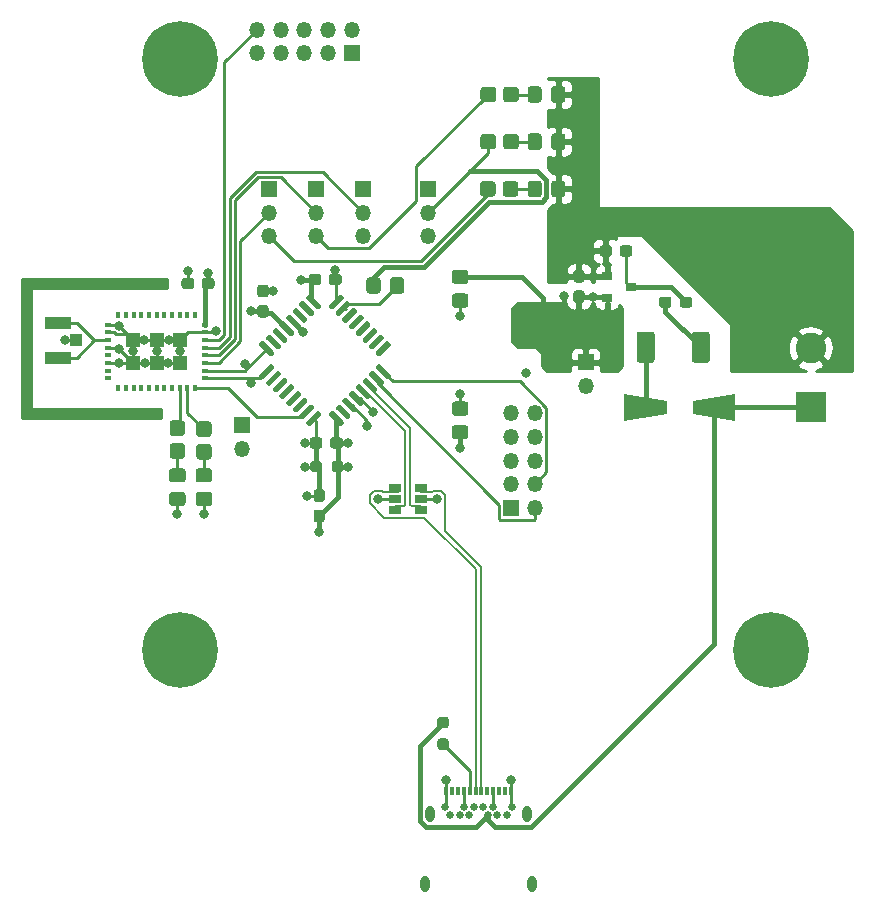
<source format=gbr>
%TF.GenerationSoftware,KiCad,Pcbnew,(5.1.10)-1*%
%TF.CreationDate,2021-07-16T13:02:24+01:00*%
%TF.ProjectId,Abhoinn_IoT_V2,4162686f-696e-46e5-9f49-6f545f56322e,rev?*%
%TF.SameCoordinates,Original*%
%TF.FileFunction,Copper,L1,Top*%
%TF.FilePolarity,Positive*%
%FSLAX46Y46*%
G04 Gerber Fmt 4.6, Leading zero omitted, Abs format (unit mm)*
G04 Created by KiCad (PCBNEW (5.1.10)-1) date 2021-07-16 13:02:24*
%MOMM*%
%LPD*%
G01*
G04 APERTURE LIST*
%TA.AperFunction,SMDPad,CuDef*%
%ADD10R,1.060000X0.650000*%
%TD*%
%TA.AperFunction,SMDPad,CuDef*%
%ADD11R,0.900000X0.800000*%
%TD*%
%TA.AperFunction,ComponentPad*%
%ADD12C,0.650000*%
%TD*%
%TA.AperFunction,ComponentPad*%
%ADD13O,0.800000X1.400000*%
%TD*%
%TA.AperFunction,SMDPad,CuDef*%
%ADD14R,0.300000X0.700000*%
%TD*%
%TA.AperFunction,ComponentPad*%
%ADD15O,1.350000X1.350000*%
%TD*%
%TA.AperFunction,ComponentPad*%
%ADD16R,1.350000X1.350000*%
%TD*%
%TA.AperFunction,ComponentPad*%
%ADD17C,2.600000*%
%TD*%
%TA.AperFunction,ComponentPad*%
%ADD18R,2.600000X2.600000*%
%TD*%
%TA.AperFunction,SMDPad,CuDef*%
%ADD19R,2.200000X1.050000*%
%TD*%
%TA.AperFunction,SMDPad,CuDef*%
%ADD20R,1.050000X1.000000*%
%TD*%
%TA.AperFunction,SMDPad,CuDef*%
%ADD21R,1.200000X1.200000*%
%TD*%
%TA.AperFunction,SMDPad,CuDef*%
%ADD22R,0.350000X0.500000*%
%TD*%
%TA.AperFunction,SMDPad,CuDef*%
%ADD23R,0.500000X0.350000*%
%TD*%
%TA.AperFunction,ComponentPad*%
%ADD24C,0.800000*%
%TD*%
%TA.AperFunction,ComponentPad*%
%ADD25C,6.400000*%
%TD*%
%TA.AperFunction,SMDPad,CuDef*%
%ADD26C,0.100000*%
%TD*%
%TA.AperFunction,ViaPad*%
%ADD27C,0.800000*%
%TD*%
%TA.AperFunction,Conductor*%
%ADD28C,0.250000*%
%TD*%
%TA.AperFunction,Conductor*%
%ADD29C,0.400000*%
%TD*%
%TA.AperFunction,Conductor*%
%ADD30C,0.450000*%
%TD*%
%TA.AperFunction,Conductor*%
%ADD31C,0.200000*%
%TD*%
%TA.AperFunction,Conductor*%
%ADD32C,0.254000*%
%TD*%
%TA.AperFunction,Conductor*%
%ADD33C,0.100000*%
%TD*%
G04 APERTURE END LIST*
%TO.P,U3,32*%
%TO.N,GND*%
%TA.AperFunction,SMDPad,CuDef*%
G36*
G01*
X144103554Y-76333095D02*
X144987437Y-75449212D01*
G75*
G02*
X145164213Y-75449212I88388J-88388D01*
G01*
X145340990Y-75625989D01*
G75*
G02*
X145340990Y-75802765I-88388J-88388D01*
G01*
X144457107Y-76686648D01*
G75*
G02*
X144280331Y-76686648I-88388J88388D01*
G01*
X144103554Y-76509871D01*
G75*
G02*
X144103554Y-76333095I88388J88388D01*
G01*
G37*
%TD.AperFunction*%
%TO.P,U3,31*%
%TO.N,BOOT0*%
%TA.AperFunction,SMDPad,CuDef*%
G36*
G01*
X144669239Y-76898781D02*
X145553122Y-76014898D01*
G75*
G02*
X145729898Y-76014898I88388J-88388D01*
G01*
X145906675Y-76191675D01*
G75*
G02*
X145906675Y-76368451I-88388J-88388D01*
G01*
X145022792Y-77252334D01*
G75*
G02*
X144846016Y-77252334I-88388J88388D01*
G01*
X144669239Y-77075557D01*
G75*
G02*
X144669239Y-76898781I88388J88388D01*
G01*
G37*
%TD.AperFunction*%
%TO.P,U3,30*%
%TO.N,Net-(U3-Pad30)*%
%TA.AperFunction,SMDPad,CuDef*%
G36*
G01*
X145234925Y-77464466D02*
X146118808Y-76580583D01*
G75*
G02*
X146295584Y-76580583I88388J-88388D01*
G01*
X146472361Y-76757360D01*
G75*
G02*
X146472361Y-76934136I-88388J-88388D01*
G01*
X145588478Y-77818019D01*
G75*
G02*
X145411702Y-77818019I-88388J88388D01*
G01*
X145234925Y-77641242D01*
G75*
G02*
X145234925Y-77464466I88388J88388D01*
G01*
G37*
%TD.AperFunction*%
%TO.P,U3,29*%
%TO.N,Net-(U3-Pad29)*%
%TA.AperFunction,SMDPad,CuDef*%
G36*
G01*
X145800610Y-78030151D02*
X146684493Y-77146268D01*
G75*
G02*
X146861269Y-77146268I88388J-88388D01*
G01*
X147038046Y-77323045D01*
G75*
G02*
X147038046Y-77499821I-88388J-88388D01*
G01*
X146154163Y-78383704D01*
G75*
G02*
X145977387Y-78383704I-88388J88388D01*
G01*
X145800610Y-78206927D01*
G75*
G02*
X145800610Y-78030151I88388J88388D01*
G01*
G37*
%TD.AperFunction*%
%TO.P,U3,28*%
%TO.N,Net-(U3-Pad28)*%
%TA.AperFunction,SMDPad,CuDef*%
G36*
G01*
X146366296Y-78595837D02*
X147250179Y-77711954D01*
G75*
G02*
X147426955Y-77711954I88388J-88388D01*
G01*
X147603732Y-77888731D01*
G75*
G02*
X147603732Y-78065507I-88388J-88388D01*
G01*
X146719849Y-78949390D01*
G75*
G02*
X146543073Y-78949390I-88388J88388D01*
G01*
X146366296Y-78772613D01*
G75*
G02*
X146366296Y-78595837I88388J88388D01*
G01*
G37*
%TD.AperFunction*%
%TO.P,U3,27*%
%TO.N,Net-(U3-Pad27)*%
%TA.AperFunction,SMDPad,CuDef*%
G36*
G01*
X146931981Y-79161522D02*
X147815864Y-78277639D01*
G75*
G02*
X147992640Y-78277639I88388J-88388D01*
G01*
X148169417Y-78454416D01*
G75*
G02*
X148169417Y-78631192I-88388J-88388D01*
G01*
X147285534Y-79515075D01*
G75*
G02*
X147108758Y-79515075I-88388J88388D01*
G01*
X146931981Y-79338298D01*
G75*
G02*
X146931981Y-79161522I88388J88388D01*
G01*
G37*
%TD.AperFunction*%
%TO.P,U3,26*%
%TO.N,Net-(U3-Pad26)*%
%TA.AperFunction,SMDPad,CuDef*%
G36*
G01*
X147497666Y-79727208D02*
X148381549Y-78843325D01*
G75*
G02*
X148558325Y-78843325I88388J-88388D01*
G01*
X148735102Y-79020102D01*
G75*
G02*
X148735102Y-79196878I-88388J-88388D01*
G01*
X147851219Y-80080761D01*
G75*
G02*
X147674443Y-80080761I-88388J88388D01*
G01*
X147497666Y-79903984D01*
G75*
G02*
X147497666Y-79727208I88388J88388D01*
G01*
G37*
%TD.AperFunction*%
%TO.P,U3,25*%
%TO.N,Net-(U3-Pad25)*%
%TA.AperFunction,SMDPad,CuDef*%
G36*
G01*
X148063352Y-80292893D02*
X148947235Y-79409010D01*
G75*
G02*
X149124011Y-79409010I88388J-88388D01*
G01*
X149300788Y-79585787D01*
G75*
G02*
X149300788Y-79762563I-88388J-88388D01*
G01*
X148416905Y-80646446D01*
G75*
G02*
X148240129Y-80646446I-88388J88388D01*
G01*
X148063352Y-80469669D01*
G75*
G02*
X148063352Y-80292893I88388J88388D01*
G01*
G37*
%TD.AperFunction*%
%TO.P,U3,24*%
%TO.N,SWCLK*%
%TA.AperFunction,SMDPad,CuDef*%
G36*
G01*
X148063352Y-81530331D02*
X148240129Y-81353554D01*
G75*
G02*
X148416905Y-81353554I88388J-88388D01*
G01*
X149300788Y-82237437D01*
G75*
G02*
X149300788Y-82414213I-88388J-88388D01*
G01*
X149124011Y-82590990D01*
G75*
G02*
X148947235Y-82590990I-88388J88388D01*
G01*
X148063352Y-81707107D01*
G75*
G02*
X148063352Y-81530331I88388J88388D01*
G01*
G37*
%TD.AperFunction*%
%TO.P,U3,23*%
%TO.N,SWDIO*%
%TA.AperFunction,SMDPad,CuDef*%
G36*
G01*
X147497666Y-82096016D02*
X147674443Y-81919239D01*
G75*
G02*
X147851219Y-81919239I88388J-88388D01*
G01*
X148735102Y-82803122D01*
G75*
G02*
X148735102Y-82979898I-88388J-88388D01*
G01*
X148558325Y-83156675D01*
G75*
G02*
X148381549Y-83156675I-88388J88388D01*
G01*
X147497666Y-82272792D01*
G75*
G02*
X147497666Y-82096016I88388J88388D01*
G01*
G37*
%TD.AperFunction*%
%TO.P,U3,22*%
%TO.N,USB_D-*%
%TA.AperFunction,SMDPad,CuDef*%
G36*
G01*
X146931981Y-82661702D02*
X147108758Y-82484925D01*
G75*
G02*
X147285534Y-82484925I88388J-88388D01*
G01*
X148169417Y-83368808D01*
G75*
G02*
X148169417Y-83545584I-88388J-88388D01*
G01*
X147992640Y-83722361D01*
G75*
G02*
X147815864Y-83722361I-88388J88388D01*
G01*
X146931981Y-82838478D01*
G75*
G02*
X146931981Y-82661702I88388J88388D01*
G01*
G37*
%TD.AperFunction*%
%TO.P,U3,21*%
%TO.N,USB_D+*%
%TA.AperFunction,SMDPad,CuDef*%
G36*
G01*
X146366296Y-83227387D02*
X146543073Y-83050610D01*
G75*
G02*
X146719849Y-83050610I88388J-88388D01*
G01*
X147603732Y-83934493D01*
G75*
G02*
X147603732Y-84111269I-88388J-88388D01*
G01*
X147426955Y-84288046D01*
G75*
G02*
X147250179Y-84288046I-88388J88388D01*
G01*
X146366296Y-83404163D01*
G75*
G02*
X146366296Y-83227387I88388J88388D01*
G01*
G37*
%TD.AperFunction*%
%TO.P,U3,20*%
%TO.N,PRESSURE_SDA*%
%TA.AperFunction,SMDPad,CuDef*%
G36*
G01*
X145800610Y-83793073D02*
X145977387Y-83616296D01*
G75*
G02*
X146154163Y-83616296I88388J-88388D01*
G01*
X147038046Y-84500179D01*
G75*
G02*
X147038046Y-84676955I-88388J-88388D01*
G01*
X146861269Y-84853732D01*
G75*
G02*
X146684493Y-84853732I-88388J88388D01*
G01*
X145800610Y-83969849D01*
G75*
G02*
X145800610Y-83793073I88388J88388D01*
G01*
G37*
%TD.AperFunction*%
%TO.P,U3,19*%
%TO.N,PRESSURE_SCL*%
%TA.AperFunction,SMDPad,CuDef*%
G36*
G01*
X145234925Y-84358758D02*
X145411702Y-84181981D01*
G75*
G02*
X145588478Y-84181981I88388J-88388D01*
G01*
X146472361Y-85065864D01*
G75*
G02*
X146472361Y-85242640I-88388J-88388D01*
G01*
X146295584Y-85419417D01*
G75*
G02*
X146118808Y-85419417I-88388J88388D01*
G01*
X145234925Y-84535534D01*
G75*
G02*
X145234925Y-84358758I88388J88388D01*
G01*
G37*
%TD.AperFunction*%
%TO.P,U3,18*%
%TO.N,Net-(U3-Pad18)*%
%TA.AperFunction,SMDPad,CuDef*%
G36*
G01*
X144669239Y-84924443D02*
X144846016Y-84747666D01*
G75*
G02*
X145022792Y-84747666I88388J-88388D01*
G01*
X145906675Y-85631549D01*
G75*
G02*
X145906675Y-85808325I-88388J-88388D01*
G01*
X145729898Y-85985102D01*
G75*
G02*
X145553122Y-85985102I-88388J88388D01*
G01*
X144669239Y-85101219D01*
G75*
G02*
X144669239Y-84924443I88388J88388D01*
G01*
G37*
%TD.AperFunction*%
%TO.P,U3,17*%
%TO.N,+3V3*%
%TA.AperFunction,SMDPad,CuDef*%
G36*
G01*
X144103554Y-85490129D02*
X144280331Y-85313352D01*
G75*
G02*
X144457107Y-85313352I88388J-88388D01*
G01*
X145340990Y-86197235D01*
G75*
G02*
X145340990Y-86374011I-88388J-88388D01*
G01*
X145164213Y-86550788D01*
G75*
G02*
X144987437Y-86550788I-88388J88388D01*
G01*
X144103554Y-85666905D01*
G75*
G02*
X144103554Y-85490129I88388J88388D01*
G01*
G37*
%TD.AperFunction*%
%TO.P,U3,16*%
%TO.N,GND*%
%TA.AperFunction,SMDPad,CuDef*%
G36*
G01*
X142159010Y-86197235D02*
X143042893Y-85313352D01*
G75*
G02*
X143219669Y-85313352I88388J-88388D01*
G01*
X143396446Y-85490129D01*
G75*
G02*
X143396446Y-85666905I-88388J-88388D01*
G01*
X142512563Y-86550788D01*
G75*
G02*
X142335787Y-86550788I-88388J88388D01*
G01*
X142159010Y-86374011D01*
G75*
G02*
X142159010Y-86197235I88388J88388D01*
G01*
G37*
%TD.AperFunction*%
%TO.P,U3,15*%
%TO.N,DEEP_SLEEP_WAKUP*%
%TA.AperFunction,SMDPad,CuDef*%
G36*
G01*
X141593325Y-85631549D02*
X142477208Y-84747666D01*
G75*
G02*
X142653984Y-84747666I88388J-88388D01*
G01*
X142830761Y-84924443D01*
G75*
G02*
X142830761Y-85101219I-88388J-88388D01*
G01*
X141946878Y-85985102D01*
G75*
G02*
X141770102Y-85985102I-88388J88388D01*
G01*
X141593325Y-85808325D01*
G75*
G02*
X141593325Y-85631549I88388J88388D01*
G01*
G37*
%TD.AperFunction*%
%TO.P,U3,14*%
%TO.N,Net-(U3-Pad14)*%
%TA.AperFunction,SMDPad,CuDef*%
G36*
G01*
X141027639Y-85065864D02*
X141911522Y-84181981D01*
G75*
G02*
X142088298Y-84181981I88388J-88388D01*
G01*
X142265075Y-84358758D01*
G75*
G02*
X142265075Y-84535534I-88388J-88388D01*
G01*
X141381192Y-85419417D01*
G75*
G02*
X141204416Y-85419417I-88388J88388D01*
G01*
X141027639Y-85242640D01*
G75*
G02*
X141027639Y-85065864I88388J88388D01*
G01*
G37*
%TD.AperFunction*%
%TO.P,U3,13*%
%TO.N,Net-(U3-Pad13)*%
%TA.AperFunction,SMDPad,CuDef*%
G36*
G01*
X140461954Y-84500179D02*
X141345837Y-83616296D01*
G75*
G02*
X141522613Y-83616296I88388J-88388D01*
G01*
X141699390Y-83793073D01*
G75*
G02*
X141699390Y-83969849I-88388J-88388D01*
G01*
X140815507Y-84853732D01*
G75*
G02*
X140638731Y-84853732I-88388J88388D01*
G01*
X140461954Y-84676955D01*
G75*
G02*
X140461954Y-84500179I88388J88388D01*
G01*
G37*
%TD.AperFunction*%
%TO.P,U3,12*%
%TO.N,Net-(U3-Pad12)*%
%TA.AperFunction,SMDPad,CuDef*%
G36*
G01*
X139896268Y-83934493D02*
X140780151Y-83050610D01*
G75*
G02*
X140956927Y-83050610I88388J-88388D01*
G01*
X141133704Y-83227387D01*
G75*
G02*
X141133704Y-83404163I-88388J-88388D01*
G01*
X140249821Y-84288046D01*
G75*
G02*
X140073045Y-84288046I-88388J88388D01*
G01*
X139896268Y-84111269D01*
G75*
G02*
X139896268Y-83934493I88388J88388D01*
G01*
G37*
%TD.AperFunction*%
%TO.P,U3,11*%
%TO.N,Net-(U3-Pad11)*%
%TA.AperFunction,SMDPad,CuDef*%
G36*
G01*
X139330583Y-83368808D02*
X140214466Y-82484925D01*
G75*
G02*
X140391242Y-82484925I88388J-88388D01*
G01*
X140568019Y-82661702D01*
G75*
G02*
X140568019Y-82838478I-88388J-88388D01*
G01*
X139684136Y-83722361D01*
G75*
G02*
X139507360Y-83722361I-88388J88388D01*
G01*
X139330583Y-83545584D01*
G75*
G02*
X139330583Y-83368808I88388J88388D01*
G01*
G37*
%TD.AperFunction*%
%TO.P,U3,10*%
%TO.N,Net-(U3-Pad10)*%
%TA.AperFunction,SMDPad,CuDef*%
G36*
G01*
X138764898Y-82803122D02*
X139648781Y-81919239D01*
G75*
G02*
X139825557Y-81919239I88388J-88388D01*
G01*
X140002334Y-82096016D01*
G75*
G02*
X140002334Y-82272792I-88388J-88388D01*
G01*
X139118451Y-83156675D01*
G75*
G02*
X138941675Y-83156675I-88388J88388D01*
G01*
X138764898Y-82979898D01*
G75*
G02*
X138764898Y-82803122I88388J88388D01*
G01*
G37*
%TD.AperFunction*%
%TO.P,U3,9*%
%TO.N,LPUART1_RX*%
%TA.AperFunction,SMDPad,CuDef*%
G36*
G01*
X138199212Y-82237437D02*
X139083095Y-81353554D01*
G75*
G02*
X139259871Y-81353554I88388J-88388D01*
G01*
X139436648Y-81530331D01*
G75*
G02*
X139436648Y-81707107I-88388J-88388D01*
G01*
X138552765Y-82590990D01*
G75*
G02*
X138375989Y-82590990I-88388J88388D01*
G01*
X138199212Y-82414213D01*
G75*
G02*
X138199212Y-82237437I88388J88388D01*
G01*
G37*
%TD.AperFunction*%
%TO.P,U3,8*%
%TO.N,LPUART1_TX*%
%TA.AperFunction,SMDPad,CuDef*%
G36*
G01*
X138199212Y-79585787D02*
X138375989Y-79409010D01*
G75*
G02*
X138552765Y-79409010I88388J-88388D01*
G01*
X139436648Y-80292893D01*
G75*
G02*
X139436648Y-80469669I-88388J-88388D01*
G01*
X139259871Y-80646446D01*
G75*
G02*
X139083095Y-80646446I-88388J88388D01*
G01*
X138199212Y-79762563D01*
G75*
G02*
X138199212Y-79585787I88388J88388D01*
G01*
G37*
%TD.AperFunction*%
%TO.P,U3,7*%
%TO.N,Net-(U3-Pad7)*%
%TA.AperFunction,SMDPad,CuDef*%
G36*
G01*
X138764898Y-79020102D02*
X138941675Y-78843325D01*
G75*
G02*
X139118451Y-78843325I88388J-88388D01*
G01*
X140002334Y-79727208D01*
G75*
G02*
X140002334Y-79903984I-88388J-88388D01*
G01*
X139825557Y-80080761D01*
G75*
G02*
X139648781Y-80080761I-88388J88388D01*
G01*
X138764898Y-79196878D01*
G75*
G02*
X138764898Y-79020102I88388J88388D01*
G01*
G37*
%TD.AperFunction*%
%TO.P,U3,6*%
%TO.N,Net-(U3-Pad6)*%
%TA.AperFunction,SMDPad,CuDef*%
G36*
G01*
X139330583Y-78454416D02*
X139507360Y-78277639D01*
G75*
G02*
X139684136Y-78277639I88388J-88388D01*
G01*
X140568019Y-79161522D01*
G75*
G02*
X140568019Y-79338298I-88388J-88388D01*
G01*
X140391242Y-79515075D01*
G75*
G02*
X140214466Y-79515075I-88388J88388D01*
G01*
X139330583Y-78631192D01*
G75*
G02*
X139330583Y-78454416I88388J88388D01*
G01*
G37*
%TD.AperFunction*%
%TO.P,U3,5*%
%TO.N,+3V3*%
%TA.AperFunction,SMDPad,CuDef*%
G36*
G01*
X139896268Y-77888731D02*
X140073045Y-77711954D01*
G75*
G02*
X140249821Y-77711954I88388J-88388D01*
G01*
X141133704Y-78595837D01*
G75*
G02*
X141133704Y-78772613I-88388J-88388D01*
G01*
X140956927Y-78949390D01*
G75*
G02*
X140780151Y-78949390I-88388J88388D01*
G01*
X139896268Y-78065507D01*
G75*
G02*
X139896268Y-77888731I88388J88388D01*
G01*
G37*
%TD.AperFunction*%
%TO.P,U3,4*%
%TO.N,NRST*%
%TA.AperFunction,SMDPad,CuDef*%
G36*
G01*
X140461954Y-77323045D02*
X140638731Y-77146268D01*
G75*
G02*
X140815507Y-77146268I88388J-88388D01*
G01*
X141699390Y-78030151D01*
G75*
G02*
X141699390Y-78206927I-88388J-88388D01*
G01*
X141522613Y-78383704D01*
G75*
G02*
X141345837Y-78383704I-88388J88388D01*
G01*
X140461954Y-77499821D01*
G75*
G02*
X140461954Y-77323045I88388J88388D01*
G01*
G37*
%TD.AperFunction*%
%TO.P,U3,3*%
%TO.N,Net-(U3-Pad3)*%
%TA.AperFunction,SMDPad,CuDef*%
G36*
G01*
X141027639Y-76757360D02*
X141204416Y-76580583D01*
G75*
G02*
X141381192Y-76580583I88388J-88388D01*
G01*
X142265075Y-77464466D01*
G75*
G02*
X142265075Y-77641242I-88388J-88388D01*
G01*
X142088298Y-77818019D01*
G75*
G02*
X141911522Y-77818019I-88388J88388D01*
G01*
X141027639Y-76934136D01*
G75*
G02*
X141027639Y-76757360I88388J88388D01*
G01*
G37*
%TD.AperFunction*%
%TO.P,U3,2*%
%TO.N,Net-(U3-Pad2)*%
%TA.AperFunction,SMDPad,CuDef*%
G36*
G01*
X141593325Y-76191675D02*
X141770102Y-76014898D01*
G75*
G02*
X141946878Y-76014898I88388J-88388D01*
G01*
X142830761Y-76898781D01*
G75*
G02*
X142830761Y-77075557I-88388J-88388D01*
G01*
X142653984Y-77252334D01*
G75*
G02*
X142477208Y-77252334I-88388J88388D01*
G01*
X141593325Y-76368451D01*
G75*
G02*
X141593325Y-76191675I88388J88388D01*
G01*
G37*
%TD.AperFunction*%
%TO.P,U3,1*%
%TO.N,+3V3*%
%TA.AperFunction,SMDPad,CuDef*%
G36*
G01*
X142159010Y-75625989D02*
X142335787Y-75449212D01*
G75*
G02*
X142512563Y-75449212I88388J-88388D01*
G01*
X143396446Y-76333095D01*
G75*
G02*
X143396446Y-76509871I-88388J-88388D01*
G01*
X143219669Y-76686648D01*
G75*
G02*
X143042893Y-76686648I-88388J88388D01*
G01*
X142159010Y-75802765D01*
G75*
G02*
X142159010Y-75625989I88388J88388D01*
G01*
G37*
%TD.AperFunction*%
%TD*%
D10*
%TO.P,U2,5*%
%TO.N,Net-(U2-Pad5)*%
X151850000Y-92750000D03*
%TO.P,U2,6*%
%TO.N,D-*%
X151850000Y-91800000D03*
%TO.P,U2,4*%
%TO.N,USB_D-*%
X151850000Y-93700000D03*
%TO.P,U2,3*%
%TO.N,USB_D+*%
X149650000Y-93700000D03*
%TO.P,U2,2*%
%TO.N,Net-(U2-Pad2)*%
X149650000Y-92750000D03*
%TO.P,U2,1*%
%TO.N,D+*%
X149650000Y-91800000D03*
%TD*%
D11*
%TO.P,U1,3*%
%TO.N,Net-(C6-Pad1)*%
X169630000Y-74820000D03*
%TO.P,U1,2*%
%TO.N,+3V3*%
X167630000Y-75770000D03*
%TO.P,U1,1*%
%TO.N,GND*%
X167630000Y-73870000D03*
%TD*%
%TO.P,R9,2*%
%TO.N,Net-(P1-PadA5)*%
%TA.AperFunction,SMDPad,CuDef*%
G36*
G01*
X153512500Y-113012500D02*
X153987500Y-113012500D01*
G75*
G02*
X154225000Y-113250000I0J-237500D01*
G01*
X154225000Y-113750000D01*
G75*
G02*
X153987500Y-113987500I-237500J0D01*
G01*
X153512500Y-113987500D01*
G75*
G02*
X153275000Y-113750000I0J237500D01*
G01*
X153275000Y-113250000D01*
G75*
G02*
X153512500Y-113012500I237500J0D01*
G01*
G37*
%TD.AperFunction*%
%TO.P,R9,1*%
%TO.N,+5V*%
%TA.AperFunction,SMDPad,CuDef*%
G36*
G01*
X153512500Y-111187500D02*
X153987500Y-111187500D01*
G75*
G02*
X154225000Y-111425000I0J-237500D01*
G01*
X154225000Y-111925000D01*
G75*
G02*
X153987500Y-112162500I-237500J0D01*
G01*
X153512500Y-112162500D01*
G75*
G02*
X153275000Y-111925000I0J237500D01*
G01*
X153275000Y-111425000D01*
G75*
G02*
X153512500Y-111187500I237500J0D01*
G01*
G37*
%TD.AperFunction*%
%TD*%
%TO.P,R8,2*%
%TO.N,GND*%
%TA.AperFunction,SMDPad,CuDef*%
G36*
G01*
X133049999Y-92150000D02*
X133950001Y-92150000D01*
G75*
G02*
X134200000Y-92399999I0J-249999D01*
G01*
X134200000Y-93100001D01*
G75*
G02*
X133950001Y-93350000I-249999J0D01*
G01*
X133049999Y-93350000D01*
G75*
G02*
X132800000Y-93100001I0J249999D01*
G01*
X132800000Y-92399999D01*
G75*
G02*
X133049999Y-92150000I249999J0D01*
G01*
G37*
%TD.AperFunction*%
%TO.P,R8,1*%
%TO.N,Net-(D6-Pad1)*%
%TA.AperFunction,SMDPad,CuDef*%
G36*
G01*
X133049999Y-90150000D02*
X133950001Y-90150000D01*
G75*
G02*
X134200000Y-90399999I0J-249999D01*
G01*
X134200000Y-91100001D01*
G75*
G02*
X133950001Y-91350000I-249999J0D01*
G01*
X133049999Y-91350000D01*
G75*
G02*
X132800000Y-91100001I0J249999D01*
G01*
X132800000Y-90399999D01*
G75*
G02*
X133049999Y-90150000I249999J0D01*
G01*
G37*
%TD.AperFunction*%
%TD*%
%TO.P,R7,2*%
%TO.N,GND*%
%TA.AperFunction,SMDPad,CuDef*%
G36*
G01*
X130799999Y-92150000D02*
X131700001Y-92150000D01*
G75*
G02*
X131950000Y-92399999I0J-249999D01*
G01*
X131950000Y-93100001D01*
G75*
G02*
X131700001Y-93350000I-249999J0D01*
G01*
X130799999Y-93350000D01*
G75*
G02*
X130550000Y-93100001I0J249999D01*
G01*
X130550000Y-92399999D01*
G75*
G02*
X130799999Y-92150000I249999J0D01*
G01*
G37*
%TD.AperFunction*%
%TO.P,R7,1*%
%TO.N,Net-(D5-Pad1)*%
%TA.AperFunction,SMDPad,CuDef*%
G36*
G01*
X130799999Y-90150000D02*
X131700001Y-90150000D01*
G75*
G02*
X131950000Y-90399999I0J-249999D01*
G01*
X131950000Y-91100001D01*
G75*
G02*
X131700001Y-91350000I-249999J0D01*
G01*
X130799999Y-91350000D01*
G75*
G02*
X130550000Y-91100001I0J249999D01*
G01*
X130550000Y-90399999D01*
G75*
G02*
X130799999Y-90150000I249999J0D01*
G01*
G37*
%TD.AperFunction*%
%TD*%
%TO.P,R6,2*%
%TO.N,PRESSURE_SDA*%
%TA.AperFunction,SMDPad,CuDef*%
G36*
G01*
X154743999Y-75346000D02*
X155644001Y-75346000D01*
G75*
G02*
X155894000Y-75595999I0J-249999D01*
G01*
X155894000Y-76296001D01*
G75*
G02*
X155644001Y-76546000I-249999J0D01*
G01*
X154743999Y-76546000D01*
G75*
G02*
X154494000Y-76296001I0J249999D01*
G01*
X154494000Y-75595999D01*
G75*
G02*
X154743999Y-75346000I249999J0D01*
G01*
G37*
%TD.AperFunction*%
%TO.P,R6,1*%
%TO.N,+3V3*%
%TA.AperFunction,SMDPad,CuDef*%
G36*
G01*
X154743999Y-73346000D02*
X155644001Y-73346000D01*
G75*
G02*
X155894000Y-73595999I0J-249999D01*
G01*
X155894000Y-74296001D01*
G75*
G02*
X155644001Y-74546000I-249999J0D01*
G01*
X154743999Y-74546000D01*
G75*
G02*
X154494000Y-74296001I0J249999D01*
G01*
X154494000Y-73595999D01*
G75*
G02*
X154743999Y-73346000I249999J0D01*
G01*
G37*
%TD.AperFunction*%
%TD*%
%TO.P,R5,2*%
%TO.N,PRESSURE_SCL*%
%TA.AperFunction,SMDPad,CuDef*%
G36*
G01*
X155644001Y-85690000D02*
X154743999Y-85690000D01*
G75*
G02*
X154494000Y-85440001I0J249999D01*
G01*
X154494000Y-84739999D01*
G75*
G02*
X154743999Y-84490000I249999J0D01*
G01*
X155644001Y-84490000D01*
G75*
G02*
X155894000Y-84739999I0J-249999D01*
G01*
X155894000Y-85440001D01*
G75*
G02*
X155644001Y-85690000I-249999J0D01*
G01*
G37*
%TD.AperFunction*%
%TO.P,R5,1*%
%TO.N,+3V3*%
%TA.AperFunction,SMDPad,CuDef*%
G36*
G01*
X155644001Y-87690000D02*
X154743999Y-87690000D01*
G75*
G02*
X154494000Y-87440001I0J249999D01*
G01*
X154494000Y-86739999D01*
G75*
G02*
X154743999Y-86490000I249999J0D01*
G01*
X155644001Y-86490000D01*
G75*
G02*
X155894000Y-86739999I0J-249999D01*
G01*
X155894000Y-87440001D01*
G75*
G02*
X155644001Y-87690000I-249999J0D01*
G01*
G37*
%TD.AperFunction*%
%TD*%
%TO.P,R4,2*%
%TO.N,GND*%
%TA.AperFunction,SMDPad,CuDef*%
G36*
G01*
X162900000Y-62950001D02*
X162900000Y-62049999D01*
G75*
G02*
X163149999Y-61800000I249999J0D01*
G01*
X163850001Y-61800000D01*
G75*
G02*
X164100000Y-62049999I0J-249999D01*
G01*
X164100000Y-62950001D01*
G75*
G02*
X163850001Y-63200000I-249999J0D01*
G01*
X163149999Y-63200000D01*
G75*
G02*
X162900000Y-62950001I0J249999D01*
G01*
G37*
%TD.AperFunction*%
%TO.P,R4,1*%
%TO.N,Net-(D4-Pad1)*%
%TA.AperFunction,SMDPad,CuDef*%
G36*
G01*
X160900000Y-62950001D02*
X160900000Y-62049999D01*
G75*
G02*
X161149999Y-61800000I249999J0D01*
G01*
X161850001Y-61800000D01*
G75*
G02*
X162100000Y-62049999I0J-249999D01*
G01*
X162100000Y-62950001D01*
G75*
G02*
X161850001Y-63200000I-249999J0D01*
G01*
X161149999Y-63200000D01*
G75*
G02*
X160900000Y-62950001I0J249999D01*
G01*
G37*
%TD.AperFunction*%
%TD*%
%TO.P,R3,2*%
%TO.N,GND*%
%TA.AperFunction,SMDPad,CuDef*%
G36*
G01*
X162900000Y-58950001D02*
X162900000Y-58049999D01*
G75*
G02*
X163149999Y-57800000I249999J0D01*
G01*
X163850001Y-57800000D01*
G75*
G02*
X164100000Y-58049999I0J-249999D01*
G01*
X164100000Y-58950001D01*
G75*
G02*
X163850001Y-59200000I-249999J0D01*
G01*
X163149999Y-59200000D01*
G75*
G02*
X162900000Y-58950001I0J249999D01*
G01*
G37*
%TD.AperFunction*%
%TO.P,R3,1*%
%TO.N,Net-(D3-Pad1)*%
%TA.AperFunction,SMDPad,CuDef*%
G36*
G01*
X160900000Y-58950001D02*
X160900000Y-58049999D01*
G75*
G02*
X161149999Y-57800000I249999J0D01*
G01*
X161850001Y-57800000D01*
G75*
G02*
X162100000Y-58049999I0J-249999D01*
G01*
X162100000Y-58950001D01*
G75*
G02*
X161850001Y-59200000I-249999J0D01*
G01*
X161149999Y-59200000D01*
G75*
G02*
X160900000Y-58950001I0J249999D01*
G01*
G37*
%TD.AperFunction*%
%TD*%
%TO.P,R2,2*%
%TO.N,GND*%
%TA.AperFunction,SMDPad,CuDef*%
G36*
G01*
X162900000Y-66950001D02*
X162900000Y-66049999D01*
G75*
G02*
X163149999Y-65800000I249999J0D01*
G01*
X163850001Y-65800000D01*
G75*
G02*
X164100000Y-66049999I0J-249999D01*
G01*
X164100000Y-66950001D01*
G75*
G02*
X163850001Y-67200000I-249999J0D01*
G01*
X163149999Y-67200000D01*
G75*
G02*
X162900000Y-66950001I0J249999D01*
G01*
G37*
%TD.AperFunction*%
%TO.P,R2,1*%
%TO.N,Net-(D2-Pad1)*%
%TA.AperFunction,SMDPad,CuDef*%
G36*
G01*
X160900000Y-66950001D02*
X160900000Y-66049999D01*
G75*
G02*
X161149999Y-65800000I249999J0D01*
G01*
X161850001Y-65800000D01*
G75*
G02*
X162100000Y-66049999I0J-249999D01*
G01*
X162100000Y-66950001D01*
G75*
G02*
X161850001Y-67200000I-249999J0D01*
G01*
X161149999Y-67200000D01*
G75*
G02*
X160900000Y-66950001I0J249999D01*
G01*
G37*
%TD.AperFunction*%
%TD*%
%TO.P,R1,2*%
%TO.N,BOOT0*%
%TA.AperFunction,SMDPad,CuDef*%
G36*
G01*
X149260000Y-75126001D02*
X149260000Y-74225999D01*
G75*
G02*
X149509999Y-73976000I249999J0D01*
G01*
X150210001Y-73976000D01*
G75*
G02*
X150460000Y-74225999I0J-249999D01*
G01*
X150460000Y-75126001D01*
G75*
G02*
X150210001Y-75376000I-249999J0D01*
G01*
X149509999Y-75376000D01*
G75*
G02*
X149260000Y-75126001I0J249999D01*
G01*
G37*
%TD.AperFunction*%
%TO.P,R1,1*%
%TO.N,Net-(D4-Pad2)*%
%TA.AperFunction,SMDPad,CuDef*%
G36*
G01*
X147260000Y-75126001D02*
X147260000Y-74225999D01*
G75*
G02*
X147509999Y-73976000I249999J0D01*
G01*
X148210001Y-73976000D01*
G75*
G02*
X148460000Y-74225999I0J-249999D01*
G01*
X148460000Y-75126001D01*
G75*
G02*
X148210001Y-75376000I-249999J0D01*
G01*
X147509999Y-75376000D01*
G75*
G02*
X147260000Y-75126001I0J249999D01*
G01*
G37*
%TD.AperFunction*%
%TD*%
D12*
%TO.P,P1,B11*%
%TO.N,N/C*%
X154350000Y-119490000D03*
%TO.P,P1,B10*%
X155150000Y-119490000D03*
%TO.P,P1,B8*%
X155950000Y-119490000D03*
%TO.P,P1,B5*%
%TO.N,+5V*%
X157550000Y-119490000D03*
%TO.P,P1,B3*%
%TO.N,N/C*%
X158350000Y-119490000D03*
%TO.P,P1,B2*%
X159150000Y-119490000D03*
%TO.P,P1,B12*%
%TO.N,GND*%
X153950000Y-118790000D03*
%TO.P,P1,B9*%
%TO.N,Net-(P1-PadA4)*%
X155550000Y-118790000D03*
%TO.P,P1,B7*%
%TO.N,N/C*%
X156350000Y-118790000D03*
%TO.P,P1,B6*%
X157150000Y-118790000D03*
%TO.P,P1,B4*%
%TO.N,Net-(P1-PadA4)*%
X157950000Y-118790000D03*
%TO.P,P1,B1*%
%TO.N,GND*%
X159550000Y-118790000D03*
D13*
%TO.P,P1,S1*%
%TO.N,Net-(P1-PadS1)*%
X152260000Y-125340000D03*
X161240000Y-125340000D03*
X160880000Y-119390000D03*
D14*
%TO.P,P1,A11*%
%TO.N,N/C*%
X159000000Y-117480000D03*
%TO.P,P1,A8*%
X157500000Y-117480000D03*
%TO.P,P1,A9*%
%TO.N,Net-(P1-PadA4)*%
X158000000Y-117480000D03*
%TO.P,P1,A10*%
%TO.N,N/C*%
X158500000Y-117480000D03*
%TO.P,P1,A12*%
%TO.N,GND*%
X159500000Y-117480000D03*
%TO.P,P1,A7*%
%TO.N,D-*%
X157000000Y-117480000D03*
%TO.P,P1,A6*%
%TO.N,D+*%
X156500000Y-117480000D03*
%TO.P,P1,A5*%
%TO.N,Net-(P1-PadA5)*%
X156000000Y-117480000D03*
%TO.P,P1,A4*%
%TO.N,Net-(P1-PadA4)*%
X155500000Y-117480000D03*
%TO.P,P1,A3*%
%TO.N,N/C*%
X155000000Y-117480000D03*
%TO.P,P1,A2*%
X154500000Y-117480000D03*
%TO.P,P1,A1*%
%TO.N,GND*%
X154000000Y-117480000D03*
D13*
%TO.P,P1,S1*%
%TO.N,Net-(P1-PadS1)*%
X152620000Y-119390000D03*
%TD*%
D15*
%TO.P,JP4,3*%
%TO.N,GND*%
X152500000Y-70500000D03*
%TO.P,JP4,2*%
%TO.N,Net-(D4-Pad2)*%
X152500000Y-68500000D03*
D16*
%TO.P,JP4,1*%
%TO.N,+3V3*%
X152500000Y-66500000D03*
%TD*%
D15*
%TO.P,JP3,3*%
%TO.N,GND*%
X147000000Y-70500000D03*
%TO.P,JP3,2*%
%TO.N,DBG_EN*%
X147000000Y-68500000D03*
D16*
%TO.P,JP3,1*%
%TO.N,+3V3*%
X147000000Y-66500000D03*
%TD*%
D15*
%TO.P,JP2,3*%
%TO.N,LED_RX*%
X139000000Y-70500000D03*
%TO.P,JP2,2*%
%TO.N,RX_LED+DBG_DATA*%
X139000000Y-68500000D03*
D16*
%TO.P,JP2,1*%
%TO.N,TS_DBG_DATA*%
X139000000Y-66500000D03*
%TD*%
D15*
%TO.P,JP1,3*%
%TO.N,LED_TX*%
X143000000Y-70500000D03*
%TO.P,JP1,2*%
%TO.N,TX_LED+DBG_CLK*%
X143000000Y-68500000D03*
D16*
%TO.P,JP1,1*%
%TO.N,TS_DBG_CLK*%
X143000000Y-66500000D03*
%TD*%
D17*
%TO.P,J6,2*%
%TO.N,GND*%
X184870000Y-79980000D03*
D18*
%TO.P,J6,1*%
%TO.N,+5V*%
X184870000Y-84980000D03*
%TD*%
D19*
%TO.P,J5,2*%
%TO.N,Net-(IC1-Pad3)*%
X121124980Y-80783220D03*
D20*
%TO.P,J5,1*%
%TO.N,GND*%
X122649980Y-79308220D03*
D19*
%TO.P,J5,2*%
%TO.N,Net-(IC1-Pad3)*%
X121124980Y-77833220D03*
%TD*%
D15*
%TO.P,J4,10*%
%TO.N,RESET_N*%
X138000000Y-53000000D03*
%TO.P,J4,9*%
%TO.N,GND*%
X138000000Y-55000000D03*
%TO.P,J4,8*%
%TO.N,Net-(J4-Pad8)*%
X140000000Y-53000000D03*
%TO.P,J4,7*%
%TO.N,Net-(J4-Pad7)*%
X140000000Y-55000000D03*
%TO.P,J4,6*%
%TO.N,Net-(J4-Pad6)*%
X142000000Y-53000000D03*
%TO.P,J4,5*%
%TO.N,GND*%
X142000000Y-55000000D03*
%TO.P,J4,4*%
%TO.N,TS_DBG_CLK*%
X144000000Y-53000000D03*
%TO.P,J4,3*%
%TO.N,GND*%
X144000000Y-55000000D03*
%TO.P,J4,2*%
%TO.N,TS_DBG_DATA*%
X146000000Y-53000000D03*
D16*
%TO.P,J4,1*%
%TO.N,+3V3*%
X146000000Y-55000000D03*
%TD*%
D15*
%TO.P,J3,10*%
%TO.N,NRST*%
X161500000Y-85500000D03*
%TO.P,J3,9*%
%TO.N,GND*%
X159500000Y-85500000D03*
%TO.P,J3,8*%
%TO.N,Net-(J3-Pad8)*%
X161500000Y-87500000D03*
%TO.P,J3,7*%
%TO.N,Net-(J3-Pad7)*%
X159500000Y-87500000D03*
%TO.P,J3,6*%
%TO.N,Net-(J3-Pad6)*%
X161500000Y-89500000D03*
%TO.P,J3,5*%
%TO.N,GND*%
X159500000Y-89500000D03*
%TO.P,J3,4*%
%TO.N,SWCLK*%
X161500000Y-91500000D03*
%TO.P,J3,3*%
%TO.N,GND*%
X159500000Y-91500000D03*
%TO.P,J3,2*%
%TO.N,SWDIO*%
X161500000Y-93500000D03*
D16*
%TO.P,J3,1*%
%TO.N,+3V3*%
X159500000Y-93500000D03*
%TD*%
D15*
%TO.P,J2,2*%
%TO.N,LPUART1_TX*%
X136750000Y-88500000D03*
D16*
%TO.P,J2,1*%
%TO.N,LPUART1_RX*%
X136750000Y-86500000D03*
%TD*%
D15*
%TO.P,J1,2*%
%TO.N,GND*%
X165820000Y-83170000D03*
D16*
%TO.P,J1,1*%
%TO.N,+3V3*%
X165820000Y-81170000D03*
%TD*%
D21*
%TO.P,IC1,44*%
%TO.N,GND*%
X131500000Y-81250000D03*
%TO.P,IC1,43*%
X131500000Y-79250000D03*
%TO.P,IC1,42*%
X129500000Y-81250000D03*
%TO.P,IC1,41*%
X129500000Y-79250000D03*
%TO.P,IC1,40*%
X127500000Y-81250000D03*
%TO.P,IC1,39*%
X127500000Y-79250000D03*
D22*
%TO.P,IC1,38*%
%TO.N,Net-(IC1-Pad38)*%
X126250000Y-77150000D03*
%TO.P,IC1,37*%
%TO.N,Net-(IC1-Pad37)*%
X126900000Y-77150000D03*
%TO.P,IC1,36*%
%TO.N,Net-(IC1-Pad36)*%
X127550000Y-77150000D03*
%TO.P,IC1,35*%
%TO.N,Net-(IC1-Pad35)*%
X128200000Y-77150000D03*
%TO.P,IC1,34*%
%TO.N,Net-(IC1-Pad34)*%
X128850000Y-77150000D03*
%TO.P,IC1,33*%
%TO.N,Net-(IC1-Pad33)*%
X129500000Y-77150000D03*
%TO.P,IC1,32*%
%TO.N,Net-(IC1-Pad32)*%
X130150000Y-77150000D03*
%TO.P,IC1,31*%
%TO.N,Net-(IC1-Pad31)*%
X130800000Y-77150000D03*
%TO.P,IC1,30*%
%TO.N,Net-(IC1-Pad30)*%
X131450000Y-77150000D03*
%TO.P,IC1,29*%
%TO.N,Net-(IC1-Pad29)*%
X132100000Y-77150000D03*
%TO.P,IC1,28*%
%TO.N,Net-(IC1-Pad28)*%
X132750000Y-77150000D03*
D23*
%TO.P,IC1,27*%
%TO.N,+3V3*%
X133600000Y-77975000D03*
%TO.P,IC1,26*%
%TO.N,GND*%
X133600000Y-78625000D03*
%TO.P,IC1,25*%
%TO.N,RESET_N*%
X133600000Y-79275000D03*
%TO.P,IC1,24*%
%TO.N,DBG_EN*%
X133600000Y-79925000D03*
%TO.P,IC1,23*%
%TO.N,TX_LED+DBG_CLK*%
X133600000Y-80575000D03*
%TO.P,IC1,22*%
%TO.N,RX_LED+DBG_DATA*%
X133600000Y-81225000D03*
%TO.P,IC1,21*%
%TO.N,LPUART1_TX*%
X133600000Y-81875000D03*
%TO.P,IC1,20*%
%TO.N,LPUART1_RX*%
X133600000Y-82525000D03*
D22*
%TO.P,IC1,19*%
%TO.N,DEEP_SLEEP_WAKUP*%
X132750000Y-83350000D03*
%TO.P,IC1,18*%
%TO.N,RADIO_LED*%
X132100000Y-83350000D03*
%TO.P,IC1,17*%
%TO.N,CPU_LED*%
X131450000Y-83350000D03*
%TO.P,IC1,16*%
%TO.N,Net-(IC1-Pad16)*%
X130800000Y-83350000D03*
%TO.P,IC1,15*%
%TO.N,Net-(IC1-Pad15)*%
X130150000Y-83350000D03*
%TO.P,IC1,14*%
%TO.N,Net-(IC1-Pad14)*%
X129500000Y-83350000D03*
%TO.P,IC1,13*%
%TO.N,Net-(IC1-Pad13)*%
X128850000Y-83350000D03*
%TO.P,IC1,12*%
%TO.N,Net-(IC1-Pad12)*%
X128200000Y-83350000D03*
%TO.P,IC1,11*%
%TO.N,Net-(IC1-Pad11)*%
X127550000Y-83350000D03*
%TO.P,IC1,10*%
%TO.N,Net-(IC1-Pad10)*%
X126900000Y-83350000D03*
%TO.P,IC1,9*%
%TO.N,Net-(IC1-Pad9)*%
X126250000Y-83350000D03*
D23*
%TO.P,IC1,8*%
%TO.N,Net-(IC1-Pad8)*%
X125400000Y-82525000D03*
%TO.P,IC1,7*%
%TO.N,Net-(IC1-Pad7)*%
X125400000Y-81875000D03*
%TO.P,IC1,6*%
%TO.N,GND*%
X125400000Y-81225000D03*
%TO.P,IC1,5*%
%TO.N,Net-(IC1-Pad5)*%
X125400000Y-80575000D03*
%TO.P,IC1,4*%
%TO.N,GND*%
X125400000Y-79925000D03*
%TO.P,IC1,3*%
%TO.N,Net-(IC1-Pad3)*%
X125400000Y-79275000D03*
%TO.P,IC1,2*%
%TO.N,GND*%
X125400000Y-78625000D03*
%TO.P,IC1,1*%
X125400000Y-77975000D03*
%TD*%
D24*
%TO.P,H4,1*%
%TO.N,GND*%
X133197056Y-53802944D03*
X131500000Y-53100000D03*
X129802944Y-53802944D03*
X129100000Y-55500000D03*
X129802944Y-57197056D03*
X131500000Y-57900000D03*
X133197056Y-57197056D03*
X133900000Y-55500000D03*
D25*
X131500000Y-55500000D03*
%TD*%
D24*
%TO.P,H3,1*%
%TO.N,GND*%
X133197056Y-103802944D03*
X131500000Y-103100000D03*
X129802944Y-103802944D03*
X129100000Y-105500000D03*
X129802944Y-107197056D03*
X131500000Y-107900000D03*
X133197056Y-107197056D03*
X133900000Y-105500000D03*
D25*
X131500000Y-105500000D03*
%TD*%
D24*
%TO.P,H2,1*%
%TO.N,GND*%
X183197056Y-103802944D03*
X181500000Y-103100000D03*
X179802944Y-103802944D03*
X179100000Y-105500000D03*
X179802944Y-107197056D03*
X181500000Y-107900000D03*
X183197056Y-107197056D03*
X183900000Y-105500000D03*
D25*
X181500000Y-105500000D03*
%TD*%
D24*
%TO.P,H1,1*%
%TO.N,GND*%
X183197056Y-53802944D03*
X181500000Y-53100000D03*
X179802944Y-53802944D03*
X179100000Y-55500000D03*
X179802944Y-57197056D03*
X181500000Y-57900000D03*
X183197056Y-57197056D03*
X183900000Y-55500000D03*
D25*
X181500000Y-55500000D03*
%TD*%
%TO.P,FB1,2*%
%TO.N,Net-(C6-Pad1)*%
%TA.AperFunction,SMDPad,CuDef*%
G36*
G01*
X173790000Y-76327500D02*
X173790000Y-75852500D01*
G75*
G02*
X174027500Y-75615000I237500J0D01*
G01*
X174602500Y-75615000D01*
G75*
G02*
X174840000Y-75852500I0J-237500D01*
G01*
X174840000Y-76327500D01*
G75*
G02*
X174602500Y-76565000I-237500J0D01*
G01*
X174027500Y-76565000D01*
G75*
G02*
X173790000Y-76327500I0J237500D01*
G01*
G37*
%TD.AperFunction*%
%TO.P,FB1,1*%
%TO.N,Net-(F1-Pad2)*%
%TA.AperFunction,SMDPad,CuDef*%
G36*
G01*
X172040000Y-76327500D02*
X172040000Y-75852500D01*
G75*
G02*
X172277500Y-75615000I237500J0D01*
G01*
X172852500Y-75615000D01*
G75*
G02*
X173090000Y-75852500I0J-237500D01*
G01*
X173090000Y-76327500D01*
G75*
G02*
X172852500Y-76565000I-237500J0D01*
G01*
X172277500Y-76565000D01*
G75*
G02*
X172040000Y-76327500I0J237500D01*
G01*
G37*
%TD.AperFunction*%
%TD*%
%TO.P,F1,2*%
%TO.N,Net-(F1-Pad2)*%
%TA.AperFunction,SMDPad,CuDef*%
G36*
G01*
X174812500Y-80975001D02*
X174812500Y-78824999D01*
G75*
G02*
X175062499Y-78575000I249999J0D01*
G01*
X176087501Y-78575000D01*
G75*
G02*
X176337500Y-78824999I0J-249999D01*
G01*
X176337500Y-80975001D01*
G75*
G02*
X176087501Y-81225000I-249999J0D01*
G01*
X175062499Y-81225000D01*
G75*
G02*
X174812500Y-80975001I0J249999D01*
G01*
G37*
%TD.AperFunction*%
%TO.P,F1,1*%
%TO.N,Net-(D1-Pad1)*%
%TA.AperFunction,SMDPad,CuDef*%
G36*
G01*
X170137500Y-80975001D02*
X170137500Y-78824999D01*
G75*
G02*
X170387499Y-78575000I249999J0D01*
G01*
X171412501Y-78575000D01*
G75*
G02*
X171662500Y-78824999I0J-249999D01*
G01*
X171662500Y-80975001D01*
G75*
G02*
X171412501Y-81225000I-249999J0D01*
G01*
X170387499Y-81225000D01*
G75*
G02*
X170137500Y-80975001I0J249999D01*
G01*
G37*
%TD.AperFunction*%
%TD*%
%TO.P,D6,2*%
%TO.N,RADIO_LED*%
%TA.AperFunction,SMDPad,CuDef*%
G36*
G01*
X133900000Y-87487500D02*
X133100000Y-87487500D01*
G75*
G02*
X132850000Y-87237500I0J250000D01*
G01*
X132850000Y-86412500D01*
G75*
G02*
X133100000Y-86162500I250000J0D01*
G01*
X133900000Y-86162500D01*
G75*
G02*
X134150000Y-86412500I0J-250000D01*
G01*
X134150000Y-87237500D01*
G75*
G02*
X133900000Y-87487500I-250000J0D01*
G01*
G37*
%TD.AperFunction*%
%TO.P,D6,1*%
%TO.N,Net-(D6-Pad1)*%
%TA.AperFunction,SMDPad,CuDef*%
G36*
G01*
X133900000Y-89412500D02*
X133100000Y-89412500D01*
G75*
G02*
X132850000Y-89162500I0J250000D01*
G01*
X132850000Y-88337500D01*
G75*
G02*
X133100000Y-88087500I250000J0D01*
G01*
X133900000Y-88087500D01*
G75*
G02*
X134150000Y-88337500I0J-250000D01*
G01*
X134150000Y-89162500D01*
G75*
G02*
X133900000Y-89412500I-250000J0D01*
G01*
G37*
%TD.AperFunction*%
%TD*%
%TO.P,D5,2*%
%TO.N,CPU_LED*%
%TA.AperFunction,SMDPad,CuDef*%
G36*
G01*
X131650000Y-87412500D02*
X130850000Y-87412500D01*
G75*
G02*
X130600000Y-87162500I0J250000D01*
G01*
X130600000Y-86337500D01*
G75*
G02*
X130850000Y-86087500I250000J0D01*
G01*
X131650000Y-86087500D01*
G75*
G02*
X131900000Y-86337500I0J-250000D01*
G01*
X131900000Y-87162500D01*
G75*
G02*
X131650000Y-87412500I-250000J0D01*
G01*
G37*
%TD.AperFunction*%
%TO.P,D5,1*%
%TO.N,Net-(D5-Pad1)*%
%TA.AperFunction,SMDPad,CuDef*%
G36*
G01*
X131650000Y-89337500D02*
X130850000Y-89337500D01*
G75*
G02*
X130600000Y-89087500I0J250000D01*
G01*
X130600000Y-88262500D01*
G75*
G02*
X130850000Y-88012500I250000J0D01*
G01*
X131650000Y-88012500D01*
G75*
G02*
X131900000Y-88262500I0J-250000D01*
G01*
X131900000Y-89087500D01*
G75*
G02*
X131650000Y-89337500I-250000J0D01*
G01*
G37*
%TD.AperFunction*%
%TD*%
%TO.P,D4,2*%
%TO.N,Net-(D4-Pad2)*%
%TA.AperFunction,SMDPad,CuDef*%
G36*
G01*
X158237500Y-62100000D02*
X158237500Y-62900000D01*
G75*
G02*
X157987500Y-63150000I-250000J0D01*
G01*
X157162500Y-63150000D01*
G75*
G02*
X156912500Y-62900000I0J250000D01*
G01*
X156912500Y-62100000D01*
G75*
G02*
X157162500Y-61850000I250000J0D01*
G01*
X157987500Y-61850000D01*
G75*
G02*
X158237500Y-62100000I0J-250000D01*
G01*
G37*
%TD.AperFunction*%
%TO.P,D4,1*%
%TO.N,Net-(D4-Pad1)*%
%TA.AperFunction,SMDPad,CuDef*%
G36*
G01*
X160162500Y-62100000D02*
X160162500Y-62900000D01*
G75*
G02*
X159912500Y-63150000I-250000J0D01*
G01*
X159087500Y-63150000D01*
G75*
G02*
X158837500Y-62900000I0J250000D01*
G01*
X158837500Y-62100000D01*
G75*
G02*
X159087500Y-61850000I250000J0D01*
G01*
X159912500Y-61850000D01*
G75*
G02*
X160162500Y-62100000I0J-250000D01*
G01*
G37*
%TD.AperFunction*%
%TD*%
%TO.P,D3,2*%
%TO.N,LED_TX*%
%TA.AperFunction,SMDPad,CuDef*%
G36*
G01*
X158237500Y-58100000D02*
X158237500Y-58900000D01*
G75*
G02*
X157987500Y-59150000I-250000J0D01*
G01*
X157162500Y-59150000D01*
G75*
G02*
X156912500Y-58900000I0J250000D01*
G01*
X156912500Y-58100000D01*
G75*
G02*
X157162500Y-57850000I250000J0D01*
G01*
X157987500Y-57850000D01*
G75*
G02*
X158237500Y-58100000I0J-250000D01*
G01*
G37*
%TD.AperFunction*%
%TO.P,D3,1*%
%TO.N,Net-(D3-Pad1)*%
%TA.AperFunction,SMDPad,CuDef*%
G36*
G01*
X160162500Y-58100000D02*
X160162500Y-58900000D01*
G75*
G02*
X159912500Y-59150000I-250000J0D01*
G01*
X159087500Y-59150000D01*
G75*
G02*
X158837500Y-58900000I0J250000D01*
G01*
X158837500Y-58100000D01*
G75*
G02*
X159087500Y-57850000I250000J0D01*
G01*
X159912500Y-57850000D01*
G75*
G02*
X160162500Y-58100000I0J-250000D01*
G01*
G37*
%TD.AperFunction*%
%TD*%
%TO.P,D2,2*%
%TO.N,LED_RX*%
%TA.AperFunction,SMDPad,CuDef*%
G36*
G01*
X158200000Y-66100000D02*
X158200000Y-66900000D01*
G75*
G02*
X157950000Y-67150000I-250000J0D01*
G01*
X157125000Y-67150000D01*
G75*
G02*
X156875000Y-66900000I0J250000D01*
G01*
X156875000Y-66100000D01*
G75*
G02*
X157125000Y-65850000I250000J0D01*
G01*
X157950000Y-65850000D01*
G75*
G02*
X158200000Y-66100000I0J-250000D01*
G01*
G37*
%TD.AperFunction*%
%TO.P,D2,1*%
%TO.N,Net-(D2-Pad1)*%
%TA.AperFunction,SMDPad,CuDef*%
G36*
G01*
X160125000Y-66100000D02*
X160125000Y-66900000D01*
G75*
G02*
X159875000Y-67150000I-250000J0D01*
G01*
X159050000Y-67150000D01*
G75*
G02*
X158800000Y-66900000I0J250000D01*
G01*
X158800000Y-66100000D01*
G75*
G02*
X159050000Y-65850000I250000J0D01*
G01*
X159875000Y-65850000D01*
G75*
G02*
X160125000Y-66100000I0J-250000D01*
G01*
G37*
%TD.AperFunction*%
%TD*%
%TA.AperFunction,SMDPad,CuDef*%
D26*
%TO.P,D1,2*%
%TO.N,+5V*%
G36*
X178500000Y-83830000D02*
G01*
X178500000Y-86130000D01*
X174900000Y-85530000D01*
X174900000Y-84430000D01*
X178500000Y-83830000D01*
G37*
%TD.AperFunction*%
%TA.AperFunction,SMDPad,CuDef*%
%TO.P,D1,1*%
%TO.N,Net-(D1-Pad1)*%
G36*
X169100000Y-86130000D02*
G01*
X169100000Y-83830000D01*
X172700000Y-84430000D01*
X172700000Y-85530000D01*
X169100000Y-86130000D01*
G37*
%TD.AperFunction*%
%TD*%
%TO.P,C8,2*%
%TO.N,GND*%
%TA.AperFunction,SMDPad,CuDef*%
G36*
G01*
X132675000Y-74262500D02*
X132675000Y-74737500D01*
G75*
G02*
X132437500Y-74975000I-237500J0D01*
G01*
X131837500Y-74975000D01*
G75*
G02*
X131600000Y-74737500I0J237500D01*
G01*
X131600000Y-74262500D01*
G75*
G02*
X131837500Y-74025000I237500J0D01*
G01*
X132437500Y-74025000D01*
G75*
G02*
X132675000Y-74262500I0J-237500D01*
G01*
G37*
%TD.AperFunction*%
%TO.P,C8,1*%
%TO.N,+3V3*%
%TA.AperFunction,SMDPad,CuDef*%
G36*
G01*
X134400000Y-74262500D02*
X134400000Y-74737500D01*
G75*
G02*
X134162500Y-74975000I-237500J0D01*
G01*
X133562500Y-74975000D01*
G75*
G02*
X133325000Y-74737500I0J237500D01*
G01*
X133325000Y-74262500D01*
G75*
G02*
X133562500Y-74025000I237500J0D01*
G01*
X134162500Y-74025000D01*
G75*
G02*
X134400000Y-74262500I0J-237500D01*
G01*
G37*
%TD.AperFunction*%
%TD*%
%TO.P,C7,2*%
%TO.N,GND*%
%TA.AperFunction,SMDPad,CuDef*%
G36*
G01*
X165487500Y-74425000D02*
X165012500Y-74425000D01*
G75*
G02*
X164775000Y-74187500I0J237500D01*
G01*
X164775000Y-73587500D01*
G75*
G02*
X165012500Y-73350000I237500J0D01*
G01*
X165487500Y-73350000D01*
G75*
G02*
X165725000Y-73587500I0J-237500D01*
G01*
X165725000Y-74187500D01*
G75*
G02*
X165487500Y-74425000I-237500J0D01*
G01*
G37*
%TD.AperFunction*%
%TO.P,C7,1*%
%TO.N,+3V3*%
%TA.AperFunction,SMDPad,CuDef*%
G36*
G01*
X165487500Y-76150000D02*
X165012500Y-76150000D01*
G75*
G02*
X164775000Y-75912500I0J237500D01*
G01*
X164775000Y-75312500D01*
G75*
G02*
X165012500Y-75075000I237500J0D01*
G01*
X165487500Y-75075000D01*
G75*
G02*
X165725000Y-75312500I0J-237500D01*
G01*
X165725000Y-75912500D01*
G75*
G02*
X165487500Y-76150000I-237500J0D01*
G01*
G37*
%TD.AperFunction*%
%TD*%
%TO.P,C6,2*%
%TO.N,GND*%
%TA.AperFunction,SMDPad,CuDef*%
G36*
G01*
X168062500Y-71512500D02*
X168062500Y-71987500D01*
G75*
G02*
X167825000Y-72225000I-237500J0D01*
G01*
X167225000Y-72225000D01*
G75*
G02*
X166987500Y-71987500I0J237500D01*
G01*
X166987500Y-71512500D01*
G75*
G02*
X167225000Y-71275000I237500J0D01*
G01*
X167825000Y-71275000D01*
G75*
G02*
X168062500Y-71512500I0J-237500D01*
G01*
G37*
%TD.AperFunction*%
%TO.P,C6,1*%
%TO.N,Net-(C6-Pad1)*%
%TA.AperFunction,SMDPad,CuDef*%
G36*
G01*
X169787500Y-71512500D02*
X169787500Y-71987500D01*
G75*
G02*
X169550000Y-72225000I-237500J0D01*
G01*
X168950000Y-72225000D01*
G75*
G02*
X168712500Y-71987500I0J237500D01*
G01*
X168712500Y-71512500D01*
G75*
G02*
X168950000Y-71275000I237500J0D01*
G01*
X169550000Y-71275000D01*
G75*
G02*
X169787500Y-71512500I0J-237500D01*
G01*
G37*
%TD.AperFunction*%
%TD*%
%TO.P,C5,2*%
%TO.N,GND*%
%TA.AperFunction,SMDPad,CuDef*%
G36*
G01*
X138737500Y-75675000D02*
X138262500Y-75675000D01*
G75*
G02*
X138025000Y-75437500I0J237500D01*
G01*
X138025000Y-74837500D01*
G75*
G02*
X138262500Y-74600000I237500J0D01*
G01*
X138737500Y-74600000D01*
G75*
G02*
X138975000Y-74837500I0J-237500D01*
G01*
X138975000Y-75437500D01*
G75*
G02*
X138737500Y-75675000I-237500J0D01*
G01*
G37*
%TD.AperFunction*%
%TO.P,C5,1*%
%TO.N,+3V3*%
%TA.AperFunction,SMDPad,CuDef*%
G36*
G01*
X138737500Y-77400000D02*
X138262500Y-77400000D01*
G75*
G02*
X138025000Y-77162500I0J237500D01*
G01*
X138025000Y-76562500D01*
G75*
G02*
X138262500Y-76325000I237500J0D01*
G01*
X138737500Y-76325000D01*
G75*
G02*
X138975000Y-76562500I0J-237500D01*
G01*
X138975000Y-77162500D01*
G75*
G02*
X138737500Y-77400000I-237500J0D01*
G01*
G37*
%TD.AperFunction*%
%TD*%
%TO.P,C4,2*%
%TO.N,GND*%
%TA.AperFunction,SMDPad,CuDef*%
G36*
G01*
X143493500Y-92993500D02*
X143018500Y-92993500D01*
G75*
G02*
X142781000Y-92756000I0J237500D01*
G01*
X142781000Y-92156000D01*
G75*
G02*
X143018500Y-91918500I237500J0D01*
G01*
X143493500Y-91918500D01*
G75*
G02*
X143731000Y-92156000I0J-237500D01*
G01*
X143731000Y-92756000D01*
G75*
G02*
X143493500Y-92993500I-237500J0D01*
G01*
G37*
%TD.AperFunction*%
%TO.P,C4,1*%
%TO.N,+3V3*%
%TA.AperFunction,SMDPad,CuDef*%
G36*
G01*
X143493500Y-94718500D02*
X143018500Y-94718500D01*
G75*
G02*
X142781000Y-94481000I0J237500D01*
G01*
X142781000Y-93881000D01*
G75*
G02*
X143018500Y-93643500I237500J0D01*
G01*
X143493500Y-93643500D01*
G75*
G02*
X143731000Y-93881000I0J-237500D01*
G01*
X143731000Y-94481000D01*
G75*
G02*
X143493500Y-94718500I-237500J0D01*
G01*
G37*
%TD.AperFunction*%
%TD*%
%TO.P,C3,2*%
%TO.N,GND*%
%TA.AperFunction,SMDPad,CuDef*%
G36*
G01*
X144089000Y-74405500D02*
X144089000Y-73930500D01*
G75*
G02*
X144326500Y-73693000I237500J0D01*
G01*
X144926500Y-73693000D01*
G75*
G02*
X145164000Y-73930500I0J-237500D01*
G01*
X145164000Y-74405500D01*
G75*
G02*
X144926500Y-74643000I-237500J0D01*
G01*
X144326500Y-74643000D01*
G75*
G02*
X144089000Y-74405500I0J237500D01*
G01*
G37*
%TD.AperFunction*%
%TO.P,C3,1*%
%TO.N,+3V3*%
%TA.AperFunction,SMDPad,CuDef*%
G36*
G01*
X142364000Y-74405500D02*
X142364000Y-73930500D01*
G75*
G02*
X142601500Y-73693000I237500J0D01*
G01*
X143201500Y-73693000D01*
G75*
G02*
X143439000Y-73930500I0J-237500D01*
G01*
X143439000Y-74405500D01*
G75*
G02*
X143201500Y-74643000I-237500J0D01*
G01*
X142601500Y-74643000D01*
G75*
G02*
X142364000Y-74405500I0J237500D01*
G01*
G37*
%TD.AperFunction*%
%TD*%
%TO.P,C2,2*%
%TO.N,GND*%
%TA.AperFunction,SMDPad,CuDef*%
G36*
G01*
X143537500Y-87762500D02*
X143537500Y-88237500D01*
G75*
G02*
X143300000Y-88475000I-237500J0D01*
G01*
X142700000Y-88475000D01*
G75*
G02*
X142462500Y-88237500I0J237500D01*
G01*
X142462500Y-87762500D01*
G75*
G02*
X142700000Y-87525000I237500J0D01*
G01*
X143300000Y-87525000D01*
G75*
G02*
X143537500Y-87762500I0J-237500D01*
G01*
G37*
%TD.AperFunction*%
%TO.P,C2,1*%
%TO.N,+3V3*%
%TA.AperFunction,SMDPad,CuDef*%
G36*
G01*
X145262500Y-87762500D02*
X145262500Y-88237500D01*
G75*
G02*
X145025000Y-88475000I-237500J0D01*
G01*
X144425000Y-88475000D01*
G75*
G02*
X144187500Y-88237500I0J237500D01*
G01*
X144187500Y-87762500D01*
G75*
G02*
X144425000Y-87525000I237500J0D01*
G01*
X145025000Y-87525000D01*
G75*
G02*
X145262500Y-87762500I0J-237500D01*
G01*
G37*
%TD.AperFunction*%
%TD*%
%TO.P,C1,2*%
%TO.N,GND*%
%TA.AperFunction,SMDPad,CuDef*%
G36*
G01*
X143487500Y-89762500D02*
X143487500Y-90237500D01*
G75*
G02*
X143250000Y-90475000I-237500J0D01*
G01*
X142750000Y-90475000D01*
G75*
G02*
X142512500Y-90237500I0J237500D01*
G01*
X142512500Y-89762500D01*
G75*
G02*
X142750000Y-89525000I237500J0D01*
G01*
X143250000Y-89525000D01*
G75*
G02*
X143487500Y-89762500I0J-237500D01*
G01*
G37*
%TD.AperFunction*%
%TO.P,C1,1*%
%TO.N,+3V3*%
%TA.AperFunction,SMDPad,CuDef*%
G36*
G01*
X145312500Y-89762500D02*
X145312500Y-90237500D01*
G75*
G02*
X145075000Y-90475000I-237500J0D01*
G01*
X144575000Y-90475000D01*
G75*
G02*
X144337500Y-90237500I0J237500D01*
G01*
X144337500Y-89762500D01*
G75*
G02*
X144575000Y-89525000I237500J0D01*
G01*
X145075000Y-89525000D01*
G75*
G02*
X145312500Y-89762500I0J-237500D01*
G01*
G37*
%TD.AperFunction*%
%TD*%
D27*
%TO.N,GND*%
X142240000Y-92456000D03*
X142070000Y-90000000D03*
X142102000Y-88000000D03*
X132137500Y-73463500D03*
X163322000Y-73660000D03*
X165100000Y-72390000D03*
X165862000Y-71374000D03*
X144626500Y-73326500D03*
X134500000Y-78500000D03*
X133500000Y-94000000D03*
X131250000Y-94000000D03*
X121718600Y-79308220D03*
X127500000Y-80250000D03*
X129500000Y-80250000D03*
X131500000Y-80250000D03*
X130550000Y-79250000D03*
X128450000Y-79250000D03*
X128500000Y-81250000D03*
X130500000Y-81250000D03*
X126325000Y-78075000D03*
X126300000Y-80050000D03*
X126275000Y-81225000D03*
X129500000Y-74500000D03*
X129500000Y-85500000D03*
X118500000Y-85500000D03*
X118500000Y-74500000D03*
X118500000Y-80000000D03*
X118500000Y-77500000D03*
X118500000Y-83000000D03*
X121500000Y-85500000D03*
X125000000Y-85500000D03*
X125000000Y-74500000D03*
X121500000Y-74500000D03*
X159500000Y-116500000D03*
X154000000Y-116500000D03*
X178750000Y-81500000D03*
X178750000Y-80000000D03*
X180500000Y-81500000D03*
X187500000Y-70000000D03*
X187500000Y-72500000D03*
X187500000Y-75000000D03*
X187500000Y-77500000D03*
X187500000Y-80000000D03*
X185420000Y-68580000D03*
X182880000Y-68580000D03*
X180340000Y-68580000D03*
X177800000Y-68580000D03*
X175260000Y-68580000D03*
X172720000Y-68580000D03*
X170180000Y-68580000D03*
X167640000Y-68580000D03*
X166370000Y-67310000D03*
X166370000Y-64770000D03*
X166370000Y-62230000D03*
X166370000Y-59690000D03*
X173990000Y-72390000D03*
X176530000Y-74930000D03*
X178800000Y-77600000D03*
X163350000Y-68650000D03*
X163300000Y-71125000D03*
X166425000Y-57475000D03*
X139362500Y-75137500D03*
X160782000Y-82042000D03*
X182000000Y-81500000D03*
X180500000Y-80000000D03*
X182000000Y-80000000D03*
X185250000Y-72500000D03*
X185250000Y-75000000D03*
X182750000Y-72500000D03*
X182750000Y-75000000D03*
X180000000Y-72500000D03*
X180000000Y-75000000D03*
X177000000Y-72500000D03*
X185250000Y-70250000D03*
X182750000Y-70250000D03*
X180000000Y-70250000D03*
X177000000Y-70250000D03*
X174000000Y-70250000D03*
X171750000Y-70250000D03*
X165500000Y-68500000D03*
%TO.N,+3V3*%
X141732000Y-74168000D03*
X145680000Y-88000000D03*
X145712000Y-90000000D03*
X143256000Y-95504000D03*
X155194000Y-88392000D03*
X166449500Y-75612500D03*
X164000000Y-75600000D03*
X133862500Y-73637500D03*
X137512500Y-76862500D03*
X167500000Y-81000000D03*
X162500000Y-77500000D03*
X164000000Y-77500000D03*
X165500000Y-77500000D03*
X167000000Y-77500000D03*
X167000000Y-79000000D03*
X165500000Y-79000000D03*
X164000000Y-79000000D03*
X168000000Y-80000000D03*
X164000000Y-81000000D03*
X163500000Y-80000000D03*
X160782000Y-78486000D03*
X168000000Y-78000000D03*
X164750000Y-78250000D03*
X166250000Y-78250000D03*
X168250000Y-79000000D03*
X163250000Y-76750000D03*
%TO.N,LPUART1_TX*%
X136940000Y-81320000D03*
%TO.N,LPUART1_RX*%
X137460000Y-82920000D03*
%TO.N,PRESSURE_SDA*%
X155194000Y-77216000D03*
X147828000Y-85344000D03*
%TO.N,PRESSURE_SCL*%
X155194000Y-83820000D03*
X147320000Y-86530000D03*
%TO.N,NRST*%
X141932660Y-78610460D03*
%TO.N,Net-(U2-Pad5)*%
X153250000Y-92750000D03*
%TO.N,Net-(U2-Pad2)*%
X148250000Y-92750000D03*
%TD*%
D28*
%TO.N,GND*%
X143000000Y-88000000D02*
X143000000Y-86154342D01*
X143000000Y-86154342D02*
X142777728Y-85932070D01*
X167612500Y-73887500D02*
X167630000Y-73870000D01*
X165250000Y-73887500D02*
X167612500Y-73887500D01*
X167525000Y-73765000D02*
X167630000Y-73870000D01*
X167525000Y-71750000D02*
X167525000Y-73765000D01*
D29*
X143000000Y-90000000D02*
X143000000Y-88000000D01*
X143256000Y-90256000D02*
X143000000Y-90000000D01*
X143256000Y-92456000D02*
X143256000Y-90256000D01*
D28*
X143000000Y-90000000D02*
X142070000Y-90000000D01*
X143000000Y-88000000D02*
X142102000Y-88000000D01*
X143256000Y-92456000D02*
X142240000Y-92456000D01*
X132137500Y-74500000D02*
X132137500Y-73717500D01*
X132137500Y-73717500D02*
X132137500Y-73463500D01*
X144722272Y-74263772D02*
X144626500Y-74168000D01*
X144722272Y-76067930D02*
X144722272Y-74263772D01*
X144626500Y-74168000D02*
X144626500Y-73326500D01*
X133600000Y-78625000D02*
X134375000Y-78625000D01*
X134375000Y-78625000D02*
X134500000Y-78500000D01*
X133500000Y-92750000D02*
X133500000Y-94000000D01*
X131250000Y-92750000D02*
X131250000Y-94000000D01*
D29*
X163500000Y-58500000D02*
X163500000Y-59750000D01*
X163500000Y-62500000D02*
X163500000Y-63750000D01*
X163500000Y-66500000D02*
X163500000Y-67750000D01*
D28*
X122649980Y-79308220D02*
X121718600Y-79308220D01*
X127500000Y-79250000D02*
X127500000Y-79300000D01*
X125400000Y-78625000D02*
X125925000Y-78625000D01*
X125925000Y-78625000D02*
X126050000Y-78750000D01*
X127500000Y-79250000D02*
X128450000Y-79250000D01*
X129500000Y-79250000D02*
X130550000Y-79250000D01*
X131500000Y-81250000D02*
X131500000Y-80250000D01*
X131500000Y-81250000D02*
X130500000Y-81250000D01*
X129500000Y-81250000D02*
X128500000Y-81250000D01*
X129500000Y-79250000D02*
X129500000Y-80250000D01*
X127500000Y-81250000D02*
X127500000Y-80250000D01*
X127000000Y-78750000D02*
X127500000Y-79250000D01*
X126050000Y-78750000D02*
X127000000Y-78750000D01*
X126225000Y-77975000D02*
X126325000Y-78075000D01*
X125400000Y-77975000D02*
X126225000Y-77975000D01*
X132125000Y-78625000D02*
X131500000Y-79250000D01*
X133600000Y-78625000D02*
X132125000Y-78625000D01*
X127475000Y-81225000D02*
X127500000Y-81250000D01*
X125400000Y-81225000D02*
X126275000Y-81225000D01*
X126175000Y-79925000D02*
X126300000Y-80050000D01*
X125400000Y-79925000D02*
X126175000Y-79925000D01*
X127500000Y-80250000D02*
X127500000Y-79250000D01*
X129500000Y-80250000D02*
X129500000Y-81250000D01*
X131500000Y-80250000D02*
X131500000Y-79250000D01*
X130550000Y-79250000D02*
X131500000Y-79250000D01*
X128450000Y-79250000D02*
X129500000Y-79250000D01*
X128500000Y-81250000D02*
X127500000Y-81250000D01*
X130500000Y-81250000D02*
X129500000Y-81250000D01*
X126325000Y-78075000D02*
X127500000Y-79250000D01*
X126300000Y-80050000D02*
X127500000Y-81250000D01*
X126275000Y-81225000D02*
X127475000Y-81225000D01*
X159500000Y-117480000D02*
X159500000Y-116500000D01*
X154000000Y-117480000D02*
X154000000Y-116500000D01*
X154000000Y-118740000D02*
X153950000Y-118790000D01*
X154000000Y-117480000D02*
X154000000Y-118740000D01*
X159500000Y-118740000D02*
X159550000Y-118790000D01*
X159500000Y-117480000D02*
X159500000Y-118740000D01*
D29*
X138500000Y-75137500D02*
X139362500Y-75137500D01*
D28*
%TO.N,+3V3*%
X142362500Y-75652702D02*
X142777728Y-76067930D01*
D30*
X133600000Y-74762500D02*
X133862500Y-74500000D01*
X133600000Y-77975000D02*
X133600000Y-74762500D01*
X167472500Y-75612500D02*
X167630000Y-75770000D01*
D29*
X144825000Y-88100000D02*
X144725000Y-88000000D01*
X144825000Y-90000000D02*
X144825000Y-88100000D01*
X144725000Y-85934798D02*
X144722272Y-85932070D01*
X144725000Y-88000000D02*
X144725000Y-85934798D01*
X144825000Y-92612000D02*
X144825000Y-90000000D01*
X143256000Y-94181000D02*
X144825000Y-92612000D01*
D30*
X144825000Y-90000000D02*
X145712000Y-90000000D01*
X144725000Y-88000000D02*
X145680000Y-88000000D01*
X143256000Y-94181000D02*
X143256000Y-95504000D01*
X165250000Y-75612500D02*
X165250000Y-76604000D01*
X165250000Y-75612500D02*
X166449500Y-75612500D01*
X155194000Y-87090000D02*
X155194000Y-88392000D01*
X155194000Y-73946000D02*
X160306000Y-73946000D01*
X142588547Y-74480953D02*
X142901500Y-74168000D01*
X142588547Y-75878749D02*
X142588547Y-74480953D01*
X142777728Y-76067930D02*
X142588547Y-75878749D01*
X166449500Y-75612500D02*
X167472500Y-75612500D01*
X142901500Y-74168000D02*
X141732000Y-74168000D01*
D29*
X139184314Y-77000000D02*
X138500000Y-77000000D01*
X140514986Y-78330672D02*
X139184314Y-77000000D01*
X138500000Y-76862500D02*
X137512500Y-76862500D01*
D30*
X133862500Y-74500000D02*
X133862500Y-73637500D01*
D29*
X164000000Y-75600000D02*
X164000000Y-76500000D01*
X160306000Y-73946000D02*
X160446000Y-73946000D01*
X160446000Y-73946000D02*
X162250000Y-75750000D01*
X162250000Y-77250000D02*
X162500000Y-77500000D01*
X162250000Y-75750000D02*
X162250000Y-77250000D01*
D28*
%TO.N,Net-(C6-Pad1)*%
X169250000Y-74440000D02*
X169630000Y-74820000D01*
X169250000Y-71750000D02*
X169250000Y-74440000D01*
D29*
X173045000Y-74820000D02*
X169630000Y-74820000D01*
X174315000Y-76090000D02*
X173045000Y-74820000D01*
D30*
%TO.N,+5V*%
X176700000Y-84980000D02*
X184870000Y-84980000D01*
X157550000Y-119490000D02*
X157510000Y-119490000D01*
X176700000Y-105050000D02*
X176700000Y-84980000D01*
X161234990Y-120515010D02*
X176700000Y-105050000D01*
X158115391Y-120515010D02*
X161234990Y-120515010D01*
X157550000Y-119949619D02*
X158115391Y-120515010D01*
X157550000Y-119490000D02*
X157550000Y-119949619D01*
X151794990Y-120031730D02*
X151794990Y-113630010D01*
X151794990Y-113630010D02*
X153750000Y-111675000D01*
X152278270Y-120515010D02*
X151794990Y-120031730D01*
X156524990Y-120515010D02*
X152278270Y-120515010D01*
X157550000Y-119490000D02*
X156524990Y-120515010D01*
D29*
%TO.N,Net-(D1-Pad1)*%
X170900000Y-84980000D02*
X170900000Y-79900000D01*
%TO.N,Net-(F1-Pad2)*%
X172565000Y-76890000D02*
X172565000Y-76090000D01*
D28*
%TO.N,LED_RX*%
X157537500Y-66942502D02*
X157537500Y-66500000D01*
X151878503Y-72601499D02*
X157537500Y-66942502D01*
X141101499Y-72601499D02*
X151878503Y-72601499D01*
X139000000Y-70500000D02*
X141101499Y-72601499D01*
%TO.N,Net-(D2-Pad1)*%
X159462500Y-66500000D02*
X161500000Y-66500000D01*
%TO.N,LED_TX*%
X151499999Y-67480003D02*
X151499999Y-64575001D01*
X147480001Y-71500001D02*
X151499999Y-67480003D01*
X144000001Y-71500001D02*
X147480001Y-71500001D01*
X151499999Y-64575001D02*
X157575000Y-58500000D01*
X143000000Y-70500000D02*
X144000001Y-71500001D01*
%TO.N,Net-(D3-Pad1)*%
X159500000Y-58500000D02*
X161500000Y-58500000D01*
%TO.N,Net-(D4-Pad2)*%
X157575000Y-63425000D02*
X157575000Y-62500000D01*
D29*
X161719256Y-65000000D02*
X156000000Y-65000000D01*
X162500000Y-65780744D02*
X161719256Y-65000000D01*
X162500000Y-67219256D02*
X162500000Y-65780744D01*
X162119246Y-67600010D02*
X162500000Y-67219256D01*
X152095970Y-73126508D02*
X157622468Y-67600010D01*
X147860000Y-73976000D02*
X148709491Y-73126509D01*
X147860000Y-74676000D02*
X147860000Y-73976000D01*
X148709491Y-73126509D02*
X152095970Y-73126508D01*
D28*
X156000000Y-65000000D02*
X157575000Y-63425000D01*
D29*
X157622468Y-67600010D02*
X162119246Y-67600010D01*
D28*
X152500000Y-68500000D02*
X156000000Y-65000000D01*
%TO.N,Net-(D4-Pad1)*%
X159500000Y-62500000D02*
X161500000Y-62500000D01*
%TO.N,CPU_LED*%
X131450000Y-86550000D02*
X131450000Y-83350000D01*
X131250000Y-86750000D02*
X131450000Y-86550000D01*
%TO.N,Net-(D5-Pad1)*%
X131250000Y-88675000D02*
X131250000Y-90750000D01*
%TO.N,RADIO_LED*%
X132100000Y-85425000D02*
X132100000Y-83350000D01*
X133500000Y-86825000D02*
X132100000Y-85425000D01*
%TO.N,Net-(D6-Pad1)*%
X133500000Y-88750000D02*
X133500000Y-90750000D01*
%TO.N,RESET_N*%
X135225001Y-55774999D02*
X138000000Y-53000000D01*
X135225001Y-78848001D02*
X135225001Y-55774999D01*
X134798002Y-79275000D02*
X135225001Y-78848001D01*
X133600000Y-79275000D02*
X134798002Y-79275000D01*
%TO.N,DBG_EN*%
X143549989Y-65049989D02*
X147000000Y-68500000D01*
X137878599Y-65049989D02*
X143549989Y-65049989D01*
X135675012Y-67253576D02*
X137878599Y-65049989D01*
X135675011Y-79034401D02*
X135675012Y-67253576D01*
X134784412Y-79925000D02*
X135675011Y-79034401D01*
X133600000Y-79925000D02*
X134784412Y-79925000D01*
%TO.N,TX_LED+DBG_CLK*%
X138064999Y-65499999D02*
X139999999Y-65499999D01*
X139999999Y-65499999D02*
X143000000Y-68500000D01*
X136125021Y-67439977D02*
X138064999Y-65499999D01*
X136125021Y-79220801D02*
X136125021Y-67439977D01*
X134770822Y-80575000D02*
X136125021Y-79220801D01*
X133600000Y-80575000D02*
X134770822Y-80575000D01*
%TO.N,RX_LED+DBG_DATA*%
X136575031Y-70924969D02*
X139000000Y-68500000D01*
X136575031Y-79407201D02*
X136575031Y-70924969D01*
X134757232Y-81225000D02*
X136575031Y-79407201D01*
X133600000Y-81225000D02*
X134757232Y-81225000D01*
%TO.N,LPUART1_TX*%
X136970658Y-81875000D02*
X133600000Y-81875000D01*
X137237829Y-81607829D02*
X137227829Y-81607829D01*
X138817930Y-80027728D02*
X137237829Y-81607829D01*
X137237829Y-81607829D02*
X136970658Y-81875000D01*
X137227829Y-81607829D02*
X136940000Y-81320000D01*
%TO.N,LPUART1_RX*%
X138817930Y-81972272D02*
X138265202Y-82525000D01*
X137275000Y-82525000D02*
X137275000Y-82735000D01*
X138265202Y-82525000D02*
X137275000Y-82525000D01*
X137275000Y-82525000D02*
X133600000Y-82525000D01*
X137275000Y-82735000D02*
X137460000Y-82920000D01*
%TO.N,DEEP_SLEEP_WAKUP*%
X135535002Y-83350000D02*
X132750000Y-83350000D01*
X137966041Y-85781039D02*
X135535002Y-83350000D01*
X141797388Y-85781039D02*
X137966041Y-85781039D01*
X142212043Y-85366384D02*
X141797388Y-85781039D01*
%TO.N,Net-(IC1-Pad3)*%
X122784982Y-77833220D02*
X121124980Y-77833220D01*
X124226762Y-79275000D02*
X122784982Y-77833220D01*
X125400000Y-79275000D02*
X124226762Y-79275000D01*
X122718542Y-80783220D02*
X121124980Y-80783220D01*
X124226762Y-79275000D02*
X122718542Y-80783220D01*
%TO.N,PRESSURE_SDA*%
X155194000Y-75946000D02*
X155194000Y-77216000D01*
X146719014Y-84235014D02*
X147828000Y-85344000D01*
X146419328Y-84235014D02*
X146719014Y-84235014D01*
%TO.N,PRESSURE_SCL*%
X155194000Y-85090000D02*
X155194000Y-83820000D01*
X146014699Y-84800699D02*
X147320000Y-86106000D01*
X145853643Y-84800699D02*
X146014699Y-84800699D01*
X147320000Y-86106000D02*
X147320000Y-86530000D01*
X147320000Y-86530000D02*
X147320000Y-86580000D01*
D29*
%TO.N,NRST*%
X141080672Y-77764986D02*
X141080672Y-77783872D01*
X141080672Y-77764986D02*
X141087186Y-77764986D01*
X141087186Y-77764986D02*
X141932660Y-78610460D01*
D28*
%TO.N,SWCLK*%
X162500001Y-90499999D02*
X161500000Y-91500000D01*
X162500001Y-85019999D02*
X162500001Y-90499999D01*
X149476799Y-82767001D02*
X160247003Y-82767001D01*
X160247003Y-82767001D02*
X162500001Y-85019999D01*
X148682070Y-81972272D02*
X149476799Y-82767001D01*
%TO.N,SWDIO*%
X161500000Y-94454594D02*
X161500000Y-93500000D01*
X161454593Y-94500001D02*
X161500000Y-94454594D01*
X158564999Y-94500001D02*
X161454593Y-94500001D01*
X158499999Y-94435001D02*
X158564999Y-94500001D01*
X158499999Y-93239755D02*
X158499999Y-94435001D01*
X148116384Y-82856140D02*
X158499999Y-93239755D01*
X148116384Y-82537957D02*
X148116384Y-82856140D01*
%TO.N,Net-(P1-PadA4)*%
X155500000Y-118740000D02*
X155500000Y-117480000D01*
X155550000Y-118790000D02*
X155500000Y-118740000D01*
X158000000Y-118740000D02*
X157950000Y-118790000D01*
X158000000Y-117480000D02*
X158000000Y-118740000D01*
%TO.N,Net-(P1-PadA5)*%
X156000000Y-115750000D02*
X156000000Y-117480000D01*
X153750000Y-113500000D02*
X156000000Y-115750000D01*
%TO.N,BOOT0*%
X145287957Y-76633616D02*
X145489384Y-76633616D01*
X145702612Y-76218961D02*
X145287957Y-76633616D01*
X148317039Y-76218961D02*
X145702612Y-76218961D01*
X149860000Y-74676000D02*
X148317039Y-76218961D01*
%TO.N,Net-(U2-Pad5)*%
X151850000Y-92750000D02*
X153250000Y-92750000D01*
D31*
%TO.N,USB_D-*%
X147550699Y-83351129D02*
X150975000Y-86775430D01*
X147550699Y-83103643D02*
X147550699Y-83351129D01*
X151079999Y-93375001D02*
X151850000Y-93375001D01*
X150975000Y-86775430D02*
X150975000Y-93270002D01*
X150975000Y-93270002D02*
X151079999Y-93375001D01*
X151850000Y-93375001D02*
X151850000Y-93700000D01*
%TO.N,USB_D+*%
X149650000Y-93375001D02*
X149650000Y-93700000D01*
X150525000Y-93270002D02*
X150420001Y-93375001D01*
X150525000Y-86961828D02*
X150525000Y-93270002D01*
X150420001Y-93375001D02*
X149650000Y-93375001D01*
X147232500Y-83669328D02*
X150525000Y-86961828D01*
X146985014Y-83669328D02*
X147232500Y-83669328D01*
D28*
%TO.N,Net-(U2-Pad2)*%
X149650000Y-92750000D02*
X148250000Y-92750000D01*
D31*
%TO.N,D-*%
X157000000Y-116954999D02*
X157000000Y-117480000D01*
X156975000Y-116929999D02*
X157000000Y-116954999D01*
X156975000Y-98488603D02*
X156975000Y-116929999D01*
X152913999Y-92049999D02*
X153586001Y-92049999D01*
X153950001Y-95463604D02*
X156975000Y-98488603D01*
X152838999Y-92124999D02*
X152913999Y-92049999D01*
X153950001Y-92413999D02*
X153950001Y-95463604D01*
X151850000Y-91800000D02*
X151850000Y-92124999D01*
X151850000Y-92124999D02*
X152838999Y-92124999D01*
X153586001Y-92049999D02*
X153950001Y-92413999D01*
%TO.N,D+*%
X149650000Y-91800000D02*
X149974999Y-92124999D01*
X149974999Y-92124999D02*
X148661001Y-92124999D01*
X148661001Y-92124999D02*
X148586001Y-92049999D01*
X148586001Y-92049999D02*
X147913999Y-92049999D01*
X147549999Y-92413999D02*
X147549999Y-93086001D01*
X156525000Y-116929999D02*
X156500000Y-116954999D01*
X147913999Y-92049999D02*
X147549999Y-92413999D01*
X148788999Y-94325001D02*
X152175001Y-94325001D01*
X156500000Y-116954999D02*
X156500000Y-117480000D01*
X147549999Y-93086001D02*
X148788999Y-94325001D01*
X152175001Y-94325001D02*
X156525000Y-98675000D01*
X156525000Y-98675000D02*
X156525000Y-116929999D01*
D29*
%TO.N,Net-(F1-Pad2)*%
X175575000Y-79900000D02*
X172565000Y-76890000D01*
%TD*%
D32*
%TO.N,GND*%
X130373000Y-74873000D02*
X119000000Y-74873000D01*
X118975224Y-74875440D01*
X118951399Y-74882667D01*
X118929443Y-74894403D01*
X118910197Y-74910197D01*
X118894403Y-74929443D01*
X118882667Y-74951399D01*
X118875440Y-74975224D01*
X118873000Y-75000000D01*
X118873000Y-85000000D01*
X118875440Y-85024776D01*
X118882667Y-85048601D01*
X118894403Y-85070557D01*
X118910197Y-85089803D01*
X118929443Y-85105597D01*
X118951399Y-85117333D01*
X118975224Y-85124560D01*
X119000000Y-85127000D01*
X129873000Y-85127000D01*
X129873000Y-85873000D01*
X118127000Y-85873000D01*
X118127000Y-74127000D01*
X130373000Y-74127000D01*
X130373000Y-74873000D01*
%TA.AperFunction,Conductor*%
D33*
G36*
X130373000Y-74873000D02*
G01*
X119000000Y-74873000D01*
X118975224Y-74875440D01*
X118951399Y-74882667D01*
X118929443Y-74894403D01*
X118910197Y-74910197D01*
X118894403Y-74929443D01*
X118882667Y-74951399D01*
X118875440Y-74975224D01*
X118873000Y-75000000D01*
X118873000Y-85000000D01*
X118875440Y-85024776D01*
X118882667Y-85048601D01*
X118894403Y-85070557D01*
X118910197Y-85089803D01*
X118929443Y-85105597D01*
X118951399Y-85117333D01*
X118975224Y-85124560D01*
X119000000Y-85127000D01*
X129873000Y-85127000D01*
X129873000Y-85873000D01*
X118127000Y-85873000D01*
X118127000Y-74127000D01*
X130373000Y-74127000D01*
X130373000Y-74873000D01*
G37*
%TD.AperFunction*%
%TD*%
D32*
%TO.N,GND*%
X166873000Y-68000000D02*
X166875440Y-68024776D01*
X166882667Y-68048601D01*
X166894403Y-68070557D01*
X166910197Y-68089803D01*
X166929443Y-68105597D01*
X166951399Y-68117333D01*
X166975224Y-68124560D01*
X167000000Y-68127000D01*
X186447394Y-68127000D01*
X188373000Y-70052606D01*
X188373000Y-81873000D01*
X185309361Y-81873000D01*
X185660690Y-81756333D01*
X185907683Y-81624312D01*
X186039619Y-81329224D01*
X184870000Y-80159605D01*
X183700381Y-81329224D01*
X183832317Y-81624312D01*
X184173045Y-81795159D01*
X184456033Y-81873000D01*
X178127000Y-81873000D01*
X178127000Y-80030729D01*
X182926299Y-80030729D01*
X182973543Y-80408951D01*
X183093667Y-80770690D01*
X183225688Y-81017683D01*
X183520776Y-81149619D01*
X184690395Y-79980000D01*
X185049605Y-79980000D01*
X186219224Y-81149619D01*
X186514312Y-81017683D01*
X186685159Y-80676955D01*
X186786250Y-80309443D01*
X186813701Y-79929271D01*
X186766457Y-79551049D01*
X186646333Y-79189310D01*
X186514312Y-78942317D01*
X186219224Y-78810381D01*
X185049605Y-79980000D01*
X184690395Y-79980000D01*
X183520776Y-78810381D01*
X183225688Y-78942317D01*
X183054841Y-79283045D01*
X182953750Y-79650557D01*
X182926299Y-80030729D01*
X178127000Y-80030729D01*
X178127000Y-78630776D01*
X183700381Y-78630776D01*
X184870000Y-79800395D01*
X186039619Y-78630776D01*
X185907683Y-78335688D01*
X185566955Y-78164841D01*
X185199443Y-78063750D01*
X184819271Y-78036299D01*
X184441049Y-78083543D01*
X184079310Y-78203667D01*
X183832317Y-78335688D01*
X183700381Y-78630776D01*
X178127000Y-78630776D01*
X178127000Y-78000000D01*
X178124560Y-77975224D01*
X178117333Y-77951399D01*
X178105597Y-77929443D01*
X178089803Y-77910197D01*
X170589803Y-70410197D01*
X170570557Y-70394403D01*
X170548601Y-70382667D01*
X170524776Y-70375440D01*
X170500000Y-70373000D01*
X168500000Y-70373000D01*
X168475224Y-70375440D01*
X168451399Y-70382667D01*
X168429443Y-70394403D01*
X168410197Y-70410197D01*
X168394403Y-70429443D01*
X168382667Y-70451399D01*
X168375440Y-70475224D01*
X168373000Y-70500000D01*
X168373000Y-70720947D01*
X168306680Y-70685498D01*
X168186982Y-70649188D01*
X168062500Y-70636928D01*
X167810750Y-70640000D01*
X167652000Y-70798750D01*
X167652000Y-71623000D01*
X167672000Y-71623000D01*
X167672000Y-71877000D01*
X167652000Y-71877000D01*
X167652000Y-72701250D01*
X167810750Y-72860000D01*
X167889786Y-72860964D01*
X167757000Y-72993750D01*
X167757000Y-73743000D01*
X167777000Y-73743000D01*
X167777000Y-73997000D01*
X167757000Y-73997000D01*
X167757000Y-74017000D01*
X167503000Y-74017000D01*
X167503000Y-73997000D01*
X166703750Y-73997000D01*
X166545000Y-74155750D01*
X166541928Y-74270000D01*
X166552072Y-74373000D01*
X166362437Y-74373000D01*
X166360000Y-74173250D01*
X166201250Y-74014500D01*
X165377000Y-74014500D01*
X165377000Y-74034500D01*
X165123000Y-74034500D01*
X165123000Y-74014500D01*
X164298750Y-74014500D01*
X164140000Y-74173250D01*
X164137563Y-74373000D01*
X162627000Y-74373000D01*
X162627000Y-73350000D01*
X164136928Y-73350000D01*
X164140000Y-73601750D01*
X164298750Y-73760500D01*
X165123000Y-73760500D01*
X165123000Y-72873750D01*
X165377000Y-72873750D01*
X165377000Y-73760500D01*
X166201250Y-73760500D01*
X166360000Y-73601750D01*
X166363072Y-73350000D01*
X166350812Y-73225518D01*
X166314502Y-73105820D01*
X166255537Y-72995506D01*
X166176185Y-72898815D01*
X166079494Y-72819463D01*
X165969180Y-72760498D01*
X165849482Y-72724188D01*
X165725000Y-72711928D01*
X165535750Y-72715000D01*
X165377000Y-72873750D01*
X165123000Y-72873750D01*
X164964250Y-72715000D01*
X164775000Y-72711928D01*
X164650518Y-72724188D01*
X164530820Y-72760498D01*
X164420506Y-72819463D01*
X164323815Y-72898815D01*
X164244463Y-72995506D01*
X164185498Y-73105820D01*
X164149188Y-73225518D01*
X164136928Y-73350000D01*
X162627000Y-73350000D01*
X162627000Y-72225000D01*
X166349428Y-72225000D01*
X166361688Y-72349482D01*
X166397998Y-72469180D01*
X166456963Y-72579494D01*
X166536315Y-72676185D01*
X166633006Y-72755537D01*
X166743320Y-72814502D01*
X166863018Y-72850812D01*
X166987500Y-72863072D01*
X166993507Y-72862999D01*
X166935820Y-72880498D01*
X166825506Y-72939463D01*
X166728815Y-73018815D01*
X166649463Y-73115506D01*
X166590498Y-73225820D01*
X166554188Y-73345518D01*
X166541928Y-73470000D01*
X166545000Y-73584250D01*
X166703750Y-73743000D01*
X167503000Y-73743000D01*
X167503000Y-72993750D01*
X167344250Y-72835000D01*
X167265719Y-72833531D01*
X167398000Y-72701250D01*
X167398000Y-71877000D01*
X166511250Y-71877000D01*
X166352500Y-72035750D01*
X166349428Y-72225000D01*
X162627000Y-72225000D01*
X162627000Y-71275000D01*
X166349428Y-71275000D01*
X166352500Y-71464250D01*
X166511250Y-71623000D01*
X167398000Y-71623000D01*
X167398000Y-70798750D01*
X167239250Y-70640000D01*
X166987500Y-70636928D01*
X166863018Y-70649188D01*
X166743320Y-70685498D01*
X166633006Y-70744463D01*
X166536315Y-70823815D01*
X166456963Y-70920506D01*
X166397998Y-71030820D01*
X166361688Y-71150518D01*
X166349428Y-71275000D01*
X162627000Y-71275000D01*
X162627000Y-68263499D01*
X162712537Y-68193301D01*
X162738692Y-68161431D01*
X163061422Y-67838701D01*
X163064144Y-67836467D01*
X163214250Y-67835000D01*
X163373000Y-67676250D01*
X163373000Y-66627000D01*
X163627000Y-66627000D01*
X163627000Y-67676250D01*
X163785750Y-67835000D01*
X164100000Y-67838072D01*
X164224482Y-67825812D01*
X164344180Y-67789502D01*
X164454494Y-67730537D01*
X164551185Y-67651185D01*
X164630537Y-67554494D01*
X164689502Y-67444180D01*
X164725812Y-67324482D01*
X164738072Y-67200000D01*
X164735000Y-66785750D01*
X164576250Y-66627000D01*
X163627000Y-66627000D01*
X163373000Y-66627000D01*
X163353000Y-66627000D01*
X163353000Y-66373000D01*
X163373000Y-66373000D01*
X163373000Y-65323750D01*
X163627000Y-65323750D01*
X163627000Y-66373000D01*
X164576250Y-66373000D01*
X164735000Y-66214250D01*
X164738072Y-65800000D01*
X164725812Y-65675518D01*
X164689502Y-65555820D01*
X164630537Y-65445506D01*
X164551185Y-65348815D01*
X164454494Y-65269463D01*
X164344180Y-65210498D01*
X164224482Y-65174188D01*
X164100000Y-65161928D01*
X163785750Y-65165000D01*
X163627000Y-65323750D01*
X163373000Y-65323750D01*
X163214250Y-65165000D01*
X163064144Y-65163533D01*
X163061431Y-65161307D01*
X162627000Y-64726877D01*
X162627000Y-63774097D01*
X162655820Y-63789502D01*
X162775518Y-63825812D01*
X162900000Y-63838072D01*
X163214250Y-63835000D01*
X163373000Y-63676250D01*
X163373000Y-62627000D01*
X163627000Y-62627000D01*
X163627000Y-63676250D01*
X163785750Y-63835000D01*
X164100000Y-63838072D01*
X164224482Y-63825812D01*
X164344180Y-63789502D01*
X164454494Y-63730537D01*
X164551185Y-63651185D01*
X164630537Y-63554494D01*
X164689502Y-63444180D01*
X164725812Y-63324482D01*
X164738072Y-63200000D01*
X164735000Y-62785750D01*
X164576250Y-62627000D01*
X163627000Y-62627000D01*
X163373000Y-62627000D01*
X163353000Y-62627000D01*
X163353000Y-62373000D01*
X163373000Y-62373000D01*
X163373000Y-61323750D01*
X163627000Y-61323750D01*
X163627000Y-62373000D01*
X164576250Y-62373000D01*
X164735000Y-62214250D01*
X164738072Y-61800000D01*
X164725812Y-61675518D01*
X164689502Y-61555820D01*
X164630537Y-61445506D01*
X164551185Y-61348815D01*
X164454494Y-61269463D01*
X164344180Y-61210498D01*
X164224482Y-61174188D01*
X164100000Y-61161928D01*
X163785750Y-61165000D01*
X163627000Y-61323750D01*
X163373000Y-61323750D01*
X163214250Y-61165000D01*
X162900000Y-61161928D01*
X162775518Y-61174188D01*
X162655820Y-61210498D01*
X162627000Y-61225903D01*
X162627000Y-59774097D01*
X162655820Y-59789502D01*
X162775518Y-59825812D01*
X162900000Y-59838072D01*
X163214250Y-59835000D01*
X163373000Y-59676250D01*
X163373000Y-58627000D01*
X163627000Y-58627000D01*
X163627000Y-59676250D01*
X163785750Y-59835000D01*
X164100000Y-59838072D01*
X164224482Y-59825812D01*
X164344180Y-59789502D01*
X164454494Y-59730537D01*
X164551185Y-59651185D01*
X164630537Y-59554494D01*
X164689502Y-59444180D01*
X164725812Y-59324482D01*
X164738072Y-59200000D01*
X164735000Y-58785750D01*
X164576250Y-58627000D01*
X163627000Y-58627000D01*
X163373000Y-58627000D01*
X163353000Y-58627000D01*
X163353000Y-58373000D01*
X163373000Y-58373000D01*
X163373000Y-57323750D01*
X163627000Y-57323750D01*
X163627000Y-58373000D01*
X164576250Y-58373000D01*
X164735000Y-58214250D01*
X164738072Y-57800000D01*
X164725812Y-57675518D01*
X164689502Y-57555820D01*
X164630537Y-57445506D01*
X164551185Y-57348815D01*
X164454494Y-57269463D01*
X164344180Y-57210498D01*
X164224482Y-57174188D01*
X164100000Y-57161928D01*
X163785750Y-57165000D01*
X163627000Y-57323750D01*
X163373000Y-57323750D01*
X163214250Y-57165000D01*
X162900000Y-57161928D01*
X162775518Y-57174188D01*
X162655820Y-57210498D01*
X162627000Y-57225903D01*
X162627000Y-57127000D01*
X166873000Y-57127000D01*
X166873000Y-68000000D01*
%TA.AperFunction,Conductor*%
D33*
G36*
X166873000Y-68000000D02*
G01*
X166875440Y-68024776D01*
X166882667Y-68048601D01*
X166894403Y-68070557D01*
X166910197Y-68089803D01*
X166929443Y-68105597D01*
X166951399Y-68117333D01*
X166975224Y-68124560D01*
X167000000Y-68127000D01*
X186447394Y-68127000D01*
X188373000Y-70052606D01*
X188373000Y-81873000D01*
X185309361Y-81873000D01*
X185660690Y-81756333D01*
X185907683Y-81624312D01*
X186039619Y-81329224D01*
X184870000Y-80159605D01*
X183700381Y-81329224D01*
X183832317Y-81624312D01*
X184173045Y-81795159D01*
X184456033Y-81873000D01*
X178127000Y-81873000D01*
X178127000Y-80030729D01*
X182926299Y-80030729D01*
X182973543Y-80408951D01*
X183093667Y-80770690D01*
X183225688Y-81017683D01*
X183520776Y-81149619D01*
X184690395Y-79980000D01*
X185049605Y-79980000D01*
X186219224Y-81149619D01*
X186514312Y-81017683D01*
X186685159Y-80676955D01*
X186786250Y-80309443D01*
X186813701Y-79929271D01*
X186766457Y-79551049D01*
X186646333Y-79189310D01*
X186514312Y-78942317D01*
X186219224Y-78810381D01*
X185049605Y-79980000D01*
X184690395Y-79980000D01*
X183520776Y-78810381D01*
X183225688Y-78942317D01*
X183054841Y-79283045D01*
X182953750Y-79650557D01*
X182926299Y-80030729D01*
X178127000Y-80030729D01*
X178127000Y-78630776D01*
X183700381Y-78630776D01*
X184870000Y-79800395D01*
X186039619Y-78630776D01*
X185907683Y-78335688D01*
X185566955Y-78164841D01*
X185199443Y-78063750D01*
X184819271Y-78036299D01*
X184441049Y-78083543D01*
X184079310Y-78203667D01*
X183832317Y-78335688D01*
X183700381Y-78630776D01*
X178127000Y-78630776D01*
X178127000Y-78000000D01*
X178124560Y-77975224D01*
X178117333Y-77951399D01*
X178105597Y-77929443D01*
X178089803Y-77910197D01*
X170589803Y-70410197D01*
X170570557Y-70394403D01*
X170548601Y-70382667D01*
X170524776Y-70375440D01*
X170500000Y-70373000D01*
X168500000Y-70373000D01*
X168475224Y-70375440D01*
X168451399Y-70382667D01*
X168429443Y-70394403D01*
X168410197Y-70410197D01*
X168394403Y-70429443D01*
X168382667Y-70451399D01*
X168375440Y-70475224D01*
X168373000Y-70500000D01*
X168373000Y-70720947D01*
X168306680Y-70685498D01*
X168186982Y-70649188D01*
X168062500Y-70636928D01*
X167810750Y-70640000D01*
X167652000Y-70798750D01*
X167652000Y-71623000D01*
X167672000Y-71623000D01*
X167672000Y-71877000D01*
X167652000Y-71877000D01*
X167652000Y-72701250D01*
X167810750Y-72860000D01*
X167889786Y-72860964D01*
X167757000Y-72993750D01*
X167757000Y-73743000D01*
X167777000Y-73743000D01*
X167777000Y-73997000D01*
X167757000Y-73997000D01*
X167757000Y-74017000D01*
X167503000Y-74017000D01*
X167503000Y-73997000D01*
X166703750Y-73997000D01*
X166545000Y-74155750D01*
X166541928Y-74270000D01*
X166552072Y-74373000D01*
X166362437Y-74373000D01*
X166360000Y-74173250D01*
X166201250Y-74014500D01*
X165377000Y-74014500D01*
X165377000Y-74034500D01*
X165123000Y-74034500D01*
X165123000Y-74014500D01*
X164298750Y-74014500D01*
X164140000Y-74173250D01*
X164137563Y-74373000D01*
X162627000Y-74373000D01*
X162627000Y-73350000D01*
X164136928Y-73350000D01*
X164140000Y-73601750D01*
X164298750Y-73760500D01*
X165123000Y-73760500D01*
X165123000Y-72873750D01*
X165377000Y-72873750D01*
X165377000Y-73760500D01*
X166201250Y-73760500D01*
X166360000Y-73601750D01*
X166363072Y-73350000D01*
X166350812Y-73225518D01*
X166314502Y-73105820D01*
X166255537Y-72995506D01*
X166176185Y-72898815D01*
X166079494Y-72819463D01*
X165969180Y-72760498D01*
X165849482Y-72724188D01*
X165725000Y-72711928D01*
X165535750Y-72715000D01*
X165377000Y-72873750D01*
X165123000Y-72873750D01*
X164964250Y-72715000D01*
X164775000Y-72711928D01*
X164650518Y-72724188D01*
X164530820Y-72760498D01*
X164420506Y-72819463D01*
X164323815Y-72898815D01*
X164244463Y-72995506D01*
X164185498Y-73105820D01*
X164149188Y-73225518D01*
X164136928Y-73350000D01*
X162627000Y-73350000D01*
X162627000Y-72225000D01*
X166349428Y-72225000D01*
X166361688Y-72349482D01*
X166397998Y-72469180D01*
X166456963Y-72579494D01*
X166536315Y-72676185D01*
X166633006Y-72755537D01*
X166743320Y-72814502D01*
X166863018Y-72850812D01*
X166987500Y-72863072D01*
X166993507Y-72862999D01*
X166935820Y-72880498D01*
X166825506Y-72939463D01*
X166728815Y-73018815D01*
X166649463Y-73115506D01*
X166590498Y-73225820D01*
X166554188Y-73345518D01*
X166541928Y-73470000D01*
X166545000Y-73584250D01*
X166703750Y-73743000D01*
X167503000Y-73743000D01*
X167503000Y-72993750D01*
X167344250Y-72835000D01*
X167265719Y-72833531D01*
X167398000Y-72701250D01*
X167398000Y-71877000D01*
X166511250Y-71877000D01*
X166352500Y-72035750D01*
X166349428Y-72225000D01*
X162627000Y-72225000D01*
X162627000Y-71275000D01*
X166349428Y-71275000D01*
X166352500Y-71464250D01*
X166511250Y-71623000D01*
X167398000Y-71623000D01*
X167398000Y-70798750D01*
X167239250Y-70640000D01*
X166987500Y-70636928D01*
X166863018Y-70649188D01*
X166743320Y-70685498D01*
X166633006Y-70744463D01*
X166536315Y-70823815D01*
X166456963Y-70920506D01*
X166397998Y-71030820D01*
X166361688Y-71150518D01*
X166349428Y-71275000D01*
X162627000Y-71275000D01*
X162627000Y-68263499D01*
X162712537Y-68193301D01*
X162738692Y-68161431D01*
X163061422Y-67838701D01*
X163064144Y-67836467D01*
X163214250Y-67835000D01*
X163373000Y-67676250D01*
X163373000Y-66627000D01*
X163627000Y-66627000D01*
X163627000Y-67676250D01*
X163785750Y-67835000D01*
X164100000Y-67838072D01*
X164224482Y-67825812D01*
X164344180Y-67789502D01*
X164454494Y-67730537D01*
X164551185Y-67651185D01*
X164630537Y-67554494D01*
X164689502Y-67444180D01*
X164725812Y-67324482D01*
X164738072Y-67200000D01*
X164735000Y-66785750D01*
X164576250Y-66627000D01*
X163627000Y-66627000D01*
X163373000Y-66627000D01*
X163353000Y-66627000D01*
X163353000Y-66373000D01*
X163373000Y-66373000D01*
X163373000Y-65323750D01*
X163627000Y-65323750D01*
X163627000Y-66373000D01*
X164576250Y-66373000D01*
X164735000Y-66214250D01*
X164738072Y-65800000D01*
X164725812Y-65675518D01*
X164689502Y-65555820D01*
X164630537Y-65445506D01*
X164551185Y-65348815D01*
X164454494Y-65269463D01*
X164344180Y-65210498D01*
X164224482Y-65174188D01*
X164100000Y-65161928D01*
X163785750Y-65165000D01*
X163627000Y-65323750D01*
X163373000Y-65323750D01*
X163214250Y-65165000D01*
X163064144Y-65163533D01*
X163061431Y-65161307D01*
X162627000Y-64726877D01*
X162627000Y-63774097D01*
X162655820Y-63789502D01*
X162775518Y-63825812D01*
X162900000Y-63838072D01*
X163214250Y-63835000D01*
X163373000Y-63676250D01*
X163373000Y-62627000D01*
X163627000Y-62627000D01*
X163627000Y-63676250D01*
X163785750Y-63835000D01*
X164100000Y-63838072D01*
X164224482Y-63825812D01*
X164344180Y-63789502D01*
X164454494Y-63730537D01*
X164551185Y-63651185D01*
X164630537Y-63554494D01*
X164689502Y-63444180D01*
X164725812Y-63324482D01*
X164738072Y-63200000D01*
X164735000Y-62785750D01*
X164576250Y-62627000D01*
X163627000Y-62627000D01*
X163373000Y-62627000D01*
X163353000Y-62627000D01*
X163353000Y-62373000D01*
X163373000Y-62373000D01*
X163373000Y-61323750D01*
X163627000Y-61323750D01*
X163627000Y-62373000D01*
X164576250Y-62373000D01*
X164735000Y-62214250D01*
X164738072Y-61800000D01*
X164725812Y-61675518D01*
X164689502Y-61555820D01*
X164630537Y-61445506D01*
X164551185Y-61348815D01*
X164454494Y-61269463D01*
X164344180Y-61210498D01*
X164224482Y-61174188D01*
X164100000Y-61161928D01*
X163785750Y-61165000D01*
X163627000Y-61323750D01*
X163373000Y-61323750D01*
X163214250Y-61165000D01*
X162900000Y-61161928D01*
X162775518Y-61174188D01*
X162655820Y-61210498D01*
X162627000Y-61225903D01*
X162627000Y-59774097D01*
X162655820Y-59789502D01*
X162775518Y-59825812D01*
X162900000Y-59838072D01*
X163214250Y-59835000D01*
X163373000Y-59676250D01*
X163373000Y-58627000D01*
X163627000Y-58627000D01*
X163627000Y-59676250D01*
X163785750Y-59835000D01*
X164100000Y-59838072D01*
X164224482Y-59825812D01*
X164344180Y-59789502D01*
X164454494Y-59730537D01*
X164551185Y-59651185D01*
X164630537Y-59554494D01*
X164689502Y-59444180D01*
X164725812Y-59324482D01*
X164738072Y-59200000D01*
X164735000Y-58785750D01*
X164576250Y-58627000D01*
X163627000Y-58627000D01*
X163373000Y-58627000D01*
X163353000Y-58627000D01*
X163353000Y-58373000D01*
X163373000Y-58373000D01*
X163373000Y-57323750D01*
X163627000Y-57323750D01*
X163627000Y-58373000D01*
X164576250Y-58373000D01*
X164735000Y-58214250D01*
X164738072Y-57800000D01*
X164725812Y-57675518D01*
X164689502Y-57555820D01*
X164630537Y-57445506D01*
X164551185Y-57348815D01*
X164454494Y-57269463D01*
X164344180Y-57210498D01*
X164224482Y-57174188D01*
X164100000Y-57161928D01*
X163785750Y-57165000D01*
X163627000Y-57323750D01*
X163373000Y-57323750D01*
X163214250Y-57165000D01*
X162900000Y-57161928D01*
X162775518Y-57174188D01*
X162655820Y-57210498D01*
X162627000Y-57225903D01*
X162627000Y-57127000D01*
X166873000Y-57127000D01*
X166873000Y-68000000D01*
G37*
%TD.AperFunction*%
%TD*%
D32*
%TO.N,+3V3*%
X164136928Y-76150000D02*
X164149188Y-76274482D01*
X164185498Y-76394180D01*
X164244463Y-76504494D01*
X164323815Y-76601185D01*
X164420506Y-76680537D01*
X164530820Y-76739502D01*
X164650518Y-76775812D01*
X164775000Y-76788072D01*
X164964250Y-76785000D01*
X165123000Y-76626250D01*
X165123000Y-76127000D01*
X165377000Y-76127000D01*
X165377000Y-76626250D01*
X165535750Y-76785000D01*
X165725000Y-76788072D01*
X165849482Y-76775812D01*
X165969180Y-76739502D01*
X166079494Y-76680537D01*
X166176185Y-76601185D01*
X166255537Y-76504494D01*
X166314502Y-76394180D01*
X166350812Y-76274482D01*
X166363072Y-76150000D01*
X166362791Y-76127000D01*
X166543084Y-76127000D01*
X166541928Y-76170000D01*
X166554188Y-76294482D01*
X166590498Y-76414180D01*
X166649463Y-76524494D01*
X166728815Y-76621185D01*
X166825506Y-76700537D01*
X166935820Y-76759502D01*
X167055518Y-76795812D01*
X167180000Y-76808072D01*
X167344250Y-76805000D01*
X167503000Y-76646250D01*
X167503000Y-76127000D01*
X167757000Y-76127000D01*
X167757000Y-76646250D01*
X167915750Y-76805000D01*
X168080000Y-76808072D01*
X168204482Y-76795812D01*
X168324180Y-76759502D01*
X168434494Y-76700537D01*
X168531185Y-76621185D01*
X168610537Y-76524494D01*
X168669502Y-76414180D01*
X168684647Y-76364253D01*
X168873000Y-76552606D01*
X168873000Y-81447394D01*
X168447394Y-81873000D01*
X167130314Y-81873000D01*
X167133072Y-81845000D01*
X167130000Y-81455750D01*
X166971250Y-81297000D01*
X165947000Y-81297000D01*
X165947000Y-81317000D01*
X165693000Y-81317000D01*
X165693000Y-81297000D01*
X164668750Y-81297000D01*
X164510000Y-81455750D01*
X164506928Y-81845000D01*
X164509686Y-81873000D01*
X162552606Y-81873000D01*
X162127000Y-81447394D01*
X162127000Y-80500000D01*
X162126508Y-80495000D01*
X164506928Y-80495000D01*
X164510000Y-80884250D01*
X164668750Y-81043000D01*
X165693000Y-81043000D01*
X165693000Y-80018750D01*
X165947000Y-80018750D01*
X165947000Y-81043000D01*
X166971250Y-81043000D01*
X167130000Y-80884250D01*
X167133072Y-80495000D01*
X167120812Y-80370518D01*
X167084502Y-80250820D01*
X167025537Y-80140506D01*
X166946185Y-80043815D01*
X166849494Y-79964463D01*
X166739180Y-79905498D01*
X166619482Y-79869188D01*
X166495000Y-79856928D01*
X166105750Y-79860000D01*
X165947000Y-80018750D01*
X165693000Y-80018750D01*
X165534250Y-79860000D01*
X165145000Y-79856928D01*
X165020518Y-79869188D01*
X164900820Y-79905498D01*
X164790506Y-79964463D01*
X164693815Y-80043815D01*
X164614463Y-80140506D01*
X164555498Y-80250820D01*
X164519188Y-80370518D01*
X164506928Y-80495000D01*
X162126508Y-80495000D01*
X162124560Y-80475224D01*
X162117333Y-80451399D01*
X162105597Y-80429443D01*
X162089803Y-80410197D01*
X161589803Y-79910197D01*
X161570557Y-79894403D01*
X161548601Y-79882667D01*
X161524776Y-79875440D01*
X161500000Y-79873000D01*
X160052606Y-79873000D01*
X159627000Y-79447394D01*
X159627000Y-76552606D01*
X160052606Y-76127000D01*
X164137209Y-76127000D01*
X164136928Y-76150000D01*
%TA.AperFunction,Conductor*%
D33*
G36*
X164136928Y-76150000D02*
G01*
X164149188Y-76274482D01*
X164185498Y-76394180D01*
X164244463Y-76504494D01*
X164323815Y-76601185D01*
X164420506Y-76680537D01*
X164530820Y-76739502D01*
X164650518Y-76775812D01*
X164775000Y-76788072D01*
X164964250Y-76785000D01*
X165123000Y-76626250D01*
X165123000Y-76127000D01*
X165377000Y-76127000D01*
X165377000Y-76626250D01*
X165535750Y-76785000D01*
X165725000Y-76788072D01*
X165849482Y-76775812D01*
X165969180Y-76739502D01*
X166079494Y-76680537D01*
X166176185Y-76601185D01*
X166255537Y-76504494D01*
X166314502Y-76394180D01*
X166350812Y-76274482D01*
X166363072Y-76150000D01*
X166362791Y-76127000D01*
X166543084Y-76127000D01*
X166541928Y-76170000D01*
X166554188Y-76294482D01*
X166590498Y-76414180D01*
X166649463Y-76524494D01*
X166728815Y-76621185D01*
X166825506Y-76700537D01*
X166935820Y-76759502D01*
X167055518Y-76795812D01*
X167180000Y-76808072D01*
X167344250Y-76805000D01*
X167503000Y-76646250D01*
X167503000Y-76127000D01*
X167757000Y-76127000D01*
X167757000Y-76646250D01*
X167915750Y-76805000D01*
X168080000Y-76808072D01*
X168204482Y-76795812D01*
X168324180Y-76759502D01*
X168434494Y-76700537D01*
X168531185Y-76621185D01*
X168610537Y-76524494D01*
X168669502Y-76414180D01*
X168684647Y-76364253D01*
X168873000Y-76552606D01*
X168873000Y-81447394D01*
X168447394Y-81873000D01*
X167130314Y-81873000D01*
X167133072Y-81845000D01*
X167130000Y-81455750D01*
X166971250Y-81297000D01*
X165947000Y-81297000D01*
X165947000Y-81317000D01*
X165693000Y-81317000D01*
X165693000Y-81297000D01*
X164668750Y-81297000D01*
X164510000Y-81455750D01*
X164506928Y-81845000D01*
X164509686Y-81873000D01*
X162552606Y-81873000D01*
X162127000Y-81447394D01*
X162127000Y-80500000D01*
X162126508Y-80495000D01*
X164506928Y-80495000D01*
X164510000Y-80884250D01*
X164668750Y-81043000D01*
X165693000Y-81043000D01*
X165693000Y-80018750D01*
X165947000Y-80018750D01*
X165947000Y-81043000D01*
X166971250Y-81043000D01*
X167130000Y-80884250D01*
X167133072Y-80495000D01*
X167120812Y-80370518D01*
X167084502Y-80250820D01*
X167025537Y-80140506D01*
X166946185Y-80043815D01*
X166849494Y-79964463D01*
X166739180Y-79905498D01*
X166619482Y-79869188D01*
X166495000Y-79856928D01*
X166105750Y-79860000D01*
X165947000Y-80018750D01*
X165693000Y-80018750D01*
X165534250Y-79860000D01*
X165145000Y-79856928D01*
X165020518Y-79869188D01*
X164900820Y-79905498D01*
X164790506Y-79964463D01*
X164693815Y-80043815D01*
X164614463Y-80140506D01*
X164555498Y-80250820D01*
X164519188Y-80370518D01*
X164506928Y-80495000D01*
X162126508Y-80495000D01*
X162124560Y-80475224D01*
X162117333Y-80451399D01*
X162105597Y-80429443D01*
X162089803Y-80410197D01*
X161589803Y-79910197D01*
X161570557Y-79894403D01*
X161548601Y-79882667D01*
X161524776Y-79875440D01*
X161500000Y-79873000D01*
X160052606Y-79873000D01*
X159627000Y-79447394D01*
X159627000Y-76552606D01*
X160052606Y-76127000D01*
X164137209Y-76127000D01*
X164136928Y-76150000D01*
G37*
%TD.AperFunction*%
%TD*%
M02*

</source>
